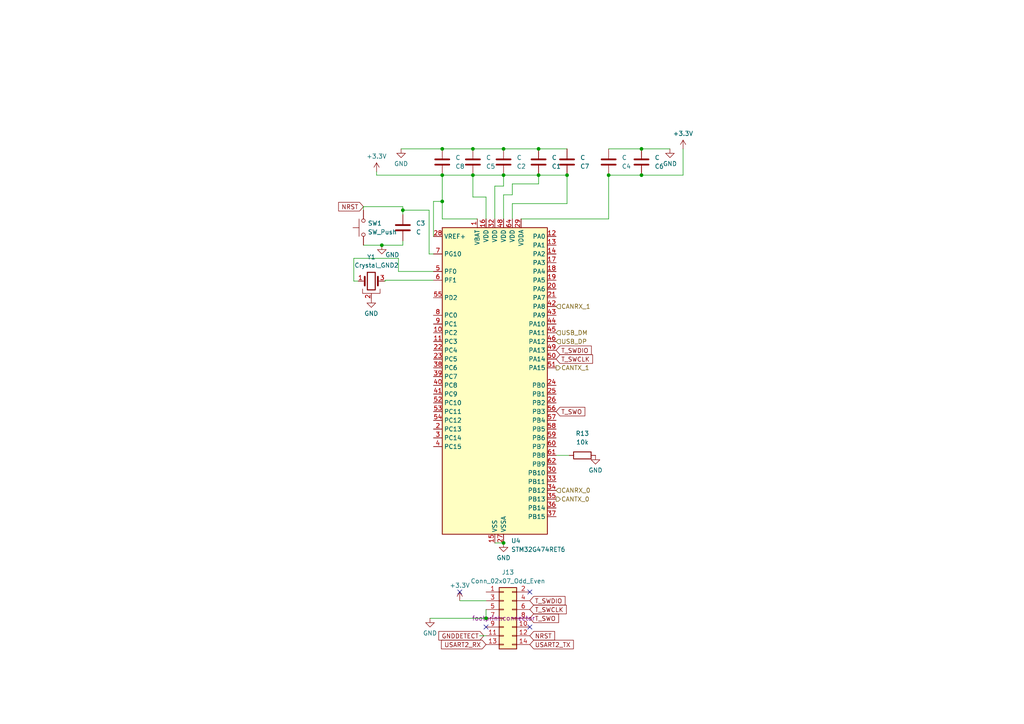
<source format=kicad_sch>
(kicad_sch
	(version 20231120)
	(generator "eeschema")
	(generator_version "8.0")
	(uuid "4de875b5-96ef-4921-a7df-0527e85e27db")
	(paper "A4")
	(lib_symbols
		(symbol "Connector_Generic:Conn_02x07_Odd_Even"
			(pin_names
				(offset 1.016) hide)
			(exclude_from_sim no)
			(in_bom yes)
			(on_board yes)
			(property "Reference" "J"
				(at 1.27 10.16 0)
				(effects
					(font
						(size 1.27 1.27)
					)
				)
			)
			(property "Value" "Conn_02x07_Odd_Even"
				(at 1.27 -10.16 0)
				(effects
					(font
						(size 1.27 1.27)
					)
				)
			)
			(property "Footprint" ""
				(at 0 0 0)
				(effects
					(font
						(size 1.27 1.27)
					)
					(hide yes)
				)
			)
			(property "Datasheet" "~"
				(at 0 0 0)
				(effects
					(font
						(size 1.27 1.27)
					)
					(hide yes)
				)
			)
			(property "Description" "Generic connector, double row, 02x07, odd/even pin numbering scheme (row 1 odd numbers, row 2 even numbers), script generated (kicad-library-utils/schlib/autogen/connector/)"
				(at 0 0 0)
				(effects
					(font
						(size 1.27 1.27)
					)
					(hide yes)
				)
			)
			(property "ki_keywords" "connector"
				(at 0 0 0)
				(effects
					(font
						(size 1.27 1.27)
					)
					(hide yes)
				)
			)
			(property "ki_fp_filters" "Connector*:*_2x??_*"
				(at 0 0 0)
				(effects
					(font
						(size 1.27 1.27)
					)
					(hide yes)
				)
			)
			(symbol "Conn_02x07_Odd_Even_1_1"
				(rectangle
					(start -1.27 -7.493)
					(end 0 -7.747)
					(stroke
						(width 0.1524)
						(type default)
					)
					(fill
						(type none)
					)
				)
				(rectangle
					(start -1.27 -4.953)
					(end 0 -5.207)
					(stroke
						(width 0.1524)
						(type default)
					)
					(fill
						(type none)
					)
				)
				(rectangle
					(start -1.27 -2.413)
					(end 0 -2.667)
					(stroke
						(width 0.1524)
						(type default)
					)
					(fill
						(type none)
					)
				)
				(rectangle
					(start -1.27 0.127)
					(end 0 -0.127)
					(stroke
						(width 0.1524)
						(type default)
					)
					(fill
						(type none)
					)
				)
				(rectangle
					(start -1.27 2.667)
					(end 0 2.413)
					(stroke
						(width 0.1524)
						(type default)
					)
					(fill
						(type none)
					)
				)
				(rectangle
					(start -1.27 5.207)
					(end 0 4.953)
					(stroke
						(width 0.1524)
						(type default)
					)
					(fill
						(type none)
					)
				)
				(rectangle
					(start -1.27 7.747)
					(end 0 7.493)
					(stroke
						(width 0.1524)
						(type default)
					)
					(fill
						(type none)
					)
				)
				(rectangle
					(start -1.27 8.89)
					(end 3.81 -8.89)
					(stroke
						(width 0.254)
						(type default)
					)
					(fill
						(type background)
					)
				)
				(rectangle
					(start 3.81 -7.493)
					(end 2.54 -7.747)
					(stroke
						(width 0.1524)
						(type default)
					)
					(fill
						(type none)
					)
				)
				(rectangle
					(start 3.81 -4.953)
					(end 2.54 -5.207)
					(stroke
						(width 0.1524)
						(type default)
					)
					(fill
						(type none)
					)
				)
				(rectangle
					(start 3.81 -2.413)
					(end 2.54 -2.667)
					(stroke
						(width 0.1524)
						(type default)
					)
					(fill
						(type none)
					)
				)
				(rectangle
					(start 3.81 0.127)
					(end 2.54 -0.127)
					(stroke
						(width 0.1524)
						(type default)
					)
					(fill
						(type none)
					)
				)
				(rectangle
					(start 3.81 2.667)
					(end 2.54 2.413)
					(stroke
						(width 0.1524)
						(type default)
					)
					(fill
						(type none)
					)
				)
				(rectangle
					(start 3.81 5.207)
					(end 2.54 4.953)
					(stroke
						(width 0.1524)
						(type default)
					)
					(fill
						(type none)
					)
				)
				(rectangle
					(start 3.81 7.747)
					(end 2.54 7.493)
					(stroke
						(width 0.1524)
						(type default)
					)
					(fill
						(type none)
					)
				)
				(pin passive line
					(at -5.08 7.62 0)
					(length 3.81)
					(name "Pin_1"
						(effects
							(font
								(size 1.27 1.27)
							)
						)
					)
					(number "1"
						(effects
							(font
								(size 1.27 1.27)
							)
						)
					)
				)
				(pin passive line
					(at 7.62 -2.54 180)
					(length 3.81)
					(name "Pin_10"
						(effects
							(font
								(size 1.27 1.27)
							)
						)
					)
					(number "10"
						(effects
							(font
								(size 1.27 1.27)
							)
						)
					)
				)
				(pin passive line
					(at -5.08 -5.08 0)
					(length 3.81)
					(name "Pin_11"
						(effects
							(font
								(size 1.27 1.27)
							)
						)
					)
					(number "11"
						(effects
							(font
								(size 1.27 1.27)
							)
						)
					)
				)
				(pin passive line
					(at 7.62 -5.08 180)
					(length 3.81)
					(name "Pin_12"
						(effects
							(font
								(size 1.27 1.27)
							)
						)
					)
					(number "12"
						(effects
							(font
								(size 1.27 1.27)
							)
						)
					)
				)
				(pin passive line
					(at -5.08 -7.62 0)
					(length 3.81)
					(name "Pin_13"
						(effects
							(font
								(size 1.27 1.27)
							)
						)
					)
					(number "13"
						(effects
							(font
								(size 1.27 1.27)
							)
						)
					)
				)
				(pin passive line
					(at 7.62 -7.62 180)
					(length 3.81)
					(name "Pin_14"
						(effects
							(font
								(size 1.27 1.27)
							)
						)
					)
					(number "14"
						(effects
							(font
								(size 1.27 1.27)
							)
						)
					)
				)
				(pin passive line
					(at 7.62 7.62 180)
					(length 3.81)
					(name "Pin_2"
						(effects
							(font
								(size 1.27 1.27)
							)
						)
					)
					(number "2"
						(effects
							(font
								(size 1.27 1.27)
							)
						)
					)
				)
				(pin passive line
					(at -5.08 5.08 0)
					(length 3.81)
					(name "Pin_3"
						(effects
							(font
								(size 1.27 1.27)
							)
						)
					)
					(number "3"
						(effects
							(font
								(size 1.27 1.27)
							)
						)
					)
				)
				(pin passive line
					(at 7.62 5.08 180)
					(length 3.81)
					(name "Pin_4"
						(effects
							(font
								(size 1.27 1.27)
							)
						)
					)
					(number "4"
						(effects
							(font
								(size 1.27 1.27)
							)
						)
					)
				)
				(pin passive line
					(at -5.08 2.54 0)
					(length 3.81)
					(name "Pin_5"
						(effects
							(font
								(size 1.27 1.27)
							)
						)
					)
					(number "5"
						(effects
							(font
								(size 1.27 1.27)
							)
						)
					)
				)
				(pin passive line
					(at 7.62 2.54 180)
					(length 3.81)
					(name "Pin_6"
						(effects
							(font
								(size 1.27 1.27)
							)
						)
					)
					(number "6"
						(effects
							(font
								(size 1.27 1.27)
							)
						)
					)
				)
				(pin passive line
					(at -5.08 0 0)
					(length 3.81)
					(name "Pin_7"
						(effects
							(font
								(size 1.27 1.27)
							)
						)
					)
					(number "7"
						(effects
							(font
								(size 1.27 1.27)
							)
						)
					)
				)
				(pin passive line
					(at 7.62 0 180)
					(length 3.81)
					(name "Pin_8"
						(effects
							(font
								(size 1.27 1.27)
							)
						)
					)
					(number "8"
						(effects
							(font
								(size 1.27 1.27)
							)
						)
					)
				)
				(pin passive line
					(at -5.08 -2.54 0)
					(length 3.81)
					(name "Pin_9"
						(effects
							(font
								(size 1.27 1.27)
							)
						)
					)
					(number "9"
						(effects
							(font
								(size 1.27 1.27)
							)
						)
					)
				)
			)
		)
		(symbol "Device:C"
			(pin_numbers hide)
			(pin_names
				(offset 0.254)
			)
			(exclude_from_sim no)
			(in_bom yes)
			(on_board yes)
			(property "Reference" "C"
				(at 0.635 2.54 0)
				(effects
					(font
						(size 1.27 1.27)
					)
					(justify left)
				)
			)
			(property "Value" "C"
				(at 0.635 -2.54 0)
				(effects
					(font
						(size 1.27 1.27)
					)
					(justify left)
				)
			)
			(property "Footprint" ""
				(at 0.9652 -3.81 0)
				(effects
					(font
						(size 1.27 1.27)
					)
					(hide yes)
				)
			)
			(property "Datasheet" "~"
				(at 0 0 0)
				(effects
					(font
						(size 1.27 1.27)
					)
					(hide yes)
				)
			)
			(property "Description" "Unpolarized capacitor"
				(at 0 0 0)
				(effects
					(font
						(size 1.27 1.27)
					)
					(hide yes)
				)
			)
			(property "ki_keywords" "cap capacitor"
				(at 0 0 0)
				(effects
					(font
						(size 1.27 1.27)
					)
					(hide yes)
				)
			)
			(property "ki_fp_filters" "C_*"
				(at 0 0 0)
				(effects
					(font
						(size 1.27 1.27)
					)
					(hide yes)
				)
			)
			(symbol "C_0_1"
				(polyline
					(pts
						(xy -2.032 -0.762) (xy 2.032 -0.762)
					)
					(stroke
						(width 0.508)
						(type default)
					)
					(fill
						(type none)
					)
				)
				(polyline
					(pts
						(xy -2.032 0.762) (xy 2.032 0.762)
					)
					(stroke
						(width 0.508)
						(type default)
					)
					(fill
						(type none)
					)
				)
			)
			(symbol "C_1_1"
				(pin passive line
					(at 0 3.81 270)
					(length 2.794)
					(name "~"
						(effects
							(font
								(size 1.27 1.27)
							)
						)
					)
					(number "1"
						(effects
							(font
								(size 1.27 1.27)
							)
						)
					)
				)
				(pin passive line
					(at 0 -3.81 90)
					(length 2.794)
					(name "~"
						(effects
							(font
								(size 1.27 1.27)
							)
						)
					)
					(number "2"
						(effects
							(font
								(size 1.27 1.27)
							)
						)
					)
				)
			)
		)
		(symbol "Device:Crystal_GND2"
			(pin_names
				(offset 1.016) hide)
			(exclude_from_sim no)
			(in_bom yes)
			(on_board yes)
			(property "Reference" "Y"
				(at 0 5.715 0)
				(effects
					(font
						(size 1.27 1.27)
					)
				)
			)
			(property "Value" "Crystal_GND2"
				(at 0 3.81 0)
				(effects
					(font
						(size 1.27 1.27)
					)
				)
			)
			(property "Footprint" ""
				(at 0 0 0)
				(effects
					(font
						(size 1.27 1.27)
					)
					(hide yes)
				)
			)
			(property "Datasheet" "~"
				(at 0 0 0)
				(effects
					(font
						(size 1.27 1.27)
					)
					(hide yes)
				)
			)
			(property "Description" "Three pin crystal, GND on pin 2"
				(at 0 0 0)
				(effects
					(font
						(size 1.27 1.27)
					)
					(hide yes)
				)
			)
			(property "ki_keywords" "quartz ceramic resonator oscillator"
				(at 0 0 0)
				(effects
					(font
						(size 1.27 1.27)
					)
					(hide yes)
				)
			)
			(property "ki_fp_filters" "Crystal*"
				(at 0 0 0)
				(effects
					(font
						(size 1.27 1.27)
					)
					(hide yes)
				)
			)
			(symbol "Crystal_GND2_0_1"
				(rectangle
					(start -1.143 2.54)
					(end 1.143 -2.54)
					(stroke
						(width 0.3048)
						(type default)
					)
					(fill
						(type none)
					)
				)
				(polyline
					(pts
						(xy -2.54 0) (xy -1.905 0)
					)
					(stroke
						(width 0)
						(type default)
					)
					(fill
						(type none)
					)
				)
				(polyline
					(pts
						(xy -1.905 -1.27) (xy -1.905 1.27)
					)
					(stroke
						(width 0.508)
						(type default)
					)
					(fill
						(type none)
					)
				)
				(polyline
					(pts
						(xy 0 -3.81) (xy 0 -3.556)
					)
					(stroke
						(width 0)
						(type default)
					)
					(fill
						(type none)
					)
				)
				(polyline
					(pts
						(xy 1.905 0) (xy 2.54 0)
					)
					(stroke
						(width 0)
						(type default)
					)
					(fill
						(type none)
					)
				)
				(polyline
					(pts
						(xy 1.905 1.27) (xy 1.905 -1.27)
					)
					(stroke
						(width 0.508)
						(type default)
					)
					(fill
						(type none)
					)
				)
				(polyline
					(pts
						(xy -2.54 -2.286) (xy -2.54 -3.556) (xy 2.54 -3.556) (xy 2.54 -2.286)
					)
					(stroke
						(width 0)
						(type default)
					)
					(fill
						(type none)
					)
				)
			)
			(symbol "Crystal_GND2_1_1"
				(pin passive line
					(at -3.81 0 0)
					(length 1.27)
					(name "1"
						(effects
							(font
								(size 1.27 1.27)
							)
						)
					)
					(number "1"
						(effects
							(font
								(size 1.27 1.27)
							)
						)
					)
				)
				(pin passive line
					(at 0 -5.08 90)
					(length 1.27)
					(name "2"
						(effects
							(font
								(size 1.27 1.27)
							)
						)
					)
					(number "2"
						(effects
							(font
								(size 1.27 1.27)
							)
						)
					)
				)
				(pin passive line
					(at 3.81 0 180)
					(length 1.27)
					(name "3"
						(effects
							(font
								(size 1.27 1.27)
							)
						)
					)
					(number "3"
						(effects
							(font
								(size 1.27 1.27)
							)
						)
					)
				)
			)
		)
		(symbol "Device:R"
			(pin_numbers hide)
			(pin_names
				(offset 0)
			)
			(exclude_from_sim no)
			(in_bom yes)
			(on_board yes)
			(property "Reference" "R"
				(at 2.032 0 90)
				(effects
					(font
						(size 1.27 1.27)
					)
				)
			)
			(property "Value" "R"
				(at 0 0 90)
				(effects
					(font
						(size 1.27 1.27)
					)
				)
			)
			(property "Footprint" ""
				(at -1.778 0 90)
				(effects
					(font
						(size 1.27 1.27)
					)
					(hide yes)
				)
			)
			(property "Datasheet" "~"
				(at 0 0 0)
				(effects
					(font
						(size 1.27 1.27)
					)
					(hide yes)
				)
			)
			(property "Description" "Resistor"
				(at 0 0 0)
				(effects
					(font
						(size 1.27 1.27)
					)
					(hide yes)
				)
			)
			(property "ki_keywords" "R res resistor"
				(at 0 0 0)
				(effects
					(font
						(size 1.27 1.27)
					)
					(hide yes)
				)
			)
			(property "ki_fp_filters" "R_*"
				(at 0 0 0)
				(effects
					(font
						(size 1.27 1.27)
					)
					(hide yes)
				)
			)
			(symbol "R_0_1"
				(rectangle
					(start -1.016 -2.54)
					(end 1.016 2.54)
					(stroke
						(width 0.254)
						(type default)
					)
					(fill
						(type none)
					)
				)
			)
			(symbol "R_1_1"
				(pin passive line
					(at 0 3.81 270)
					(length 1.27)
					(name "~"
						(effects
							(font
								(size 1.27 1.27)
							)
						)
					)
					(number "1"
						(effects
							(font
								(size 1.27 1.27)
							)
						)
					)
				)
				(pin passive line
					(at 0 -3.81 90)
					(length 1.27)
					(name "~"
						(effects
							(font
								(size 1.27 1.27)
							)
						)
					)
					(number "2"
						(effects
							(font
								(size 1.27 1.27)
							)
						)
					)
				)
			)
		)
		(symbol "MCU_ST_STM32G4:STM32G474RETx"
			(exclude_from_sim no)
			(in_bom yes)
			(on_board yes)
			(property "Reference" "U"
				(at -15.24 46.99 0)
				(effects
					(font
						(size 1.27 1.27)
					)
					(justify left)
				)
			)
			(property "Value" "STM32G474RETx"
				(at 10.16 46.99 0)
				(effects
					(font
						(size 1.27 1.27)
					)
					(justify left)
				)
			)
			(property "Footprint" "Package_QFP:LQFP-64_10x10mm_P0.5mm"
				(at -15.24 -43.18 0)
				(effects
					(font
						(size 1.27 1.27)
					)
					(justify right)
					(hide yes)
				)
			)
			(property "Datasheet" "https://www.st.com/resource/en/datasheet/stm32g474re.pdf"
				(at 0 0 0)
				(effects
					(font
						(size 1.27 1.27)
					)
					(hide yes)
				)
			)
			(property "Description" "STMicroelectronics Arm Cortex-M4 MCU, 512KB flash, 128KB RAM, 170 MHz, 1.71-3.6V, 52 GPIO, LQFP64"
				(at 0 0 0)
				(effects
					(font
						(size 1.27 1.27)
					)
					(hide yes)
				)
			)
			(property "ki_locked" ""
				(at 0 0 0)
				(effects
					(font
						(size 1.27 1.27)
					)
				)
			)
			(property "ki_keywords" "Arm Cortex-M4 STM32G4 STM32G4x4"
				(at 0 0 0)
				(effects
					(font
						(size 1.27 1.27)
					)
					(hide yes)
				)
			)
			(property "ki_fp_filters" "LQFP*10x10mm*P0.5mm*"
				(at 0 0 0)
				(effects
					(font
						(size 1.27 1.27)
					)
					(hide yes)
				)
			)
			(symbol "STM32G474RETx_0_1"
				(rectangle
					(start -15.24 -43.18)
					(end 15.24 45.72)
					(stroke
						(width 0.254)
						(type default)
					)
					(fill
						(type background)
					)
				)
			)
			(symbol "STM32G474RETx_1_1"
				(pin power_in line
					(at -5.08 48.26 270)
					(length 2.54)
					(name "VBAT"
						(effects
							(font
								(size 1.27 1.27)
							)
						)
					)
					(number "1"
						(effects
							(font
								(size 1.27 1.27)
							)
						)
					)
				)
				(pin bidirectional line
					(at -17.78 15.24 0)
					(length 2.54)
					(name "PC2"
						(effects
							(font
								(size 1.27 1.27)
							)
						)
					)
					(number "10"
						(effects
							(font
								(size 1.27 1.27)
							)
						)
					)
					(alternate "ADC1_IN8" bidirectional line)
					(alternate "ADC2_IN8" bidirectional line)
					(alternate "ADC3_EXTI2" bidirectional line)
					(alternate "ADC4_EXTI2" bidirectional line)
					(alternate "ADC5_EXTI2" bidirectional line)
					(alternate "COMP3_OUT" bidirectional line)
					(alternate "LPTIM1_IN2" bidirectional line)
					(alternate "QUADSPI1_BK2_IO1" bidirectional line)
					(alternate "TIM1_CH3" bidirectional line)
					(alternate "TIM20_CH2" bidirectional line)
				)
				(pin bidirectional line
					(at -17.78 12.7 0)
					(length 2.54)
					(name "PC3"
						(effects
							(font
								(size 1.27 1.27)
							)
						)
					)
					(number "11"
						(effects
							(font
								(size 1.27 1.27)
							)
						)
					)
					(alternate "ADC1_IN9" bidirectional line)
					(alternate "ADC2_IN9" bidirectional line)
					(alternate "ADC3_EXTI3" bidirectional line)
					(alternate "ADC4_EXTI3" bidirectional line)
					(alternate "ADC5_EXTI3" bidirectional line)
					(alternate "LPTIM1_ETR" bidirectional line)
					(alternate "OPAMP5_VINP" bidirectional line)
					(alternate "OPAMP5_VINP_SEC" bidirectional line)
					(alternate "QUADSPI1_BK2_IO2" bidirectional line)
					(alternate "SAI1_D1" bidirectional line)
					(alternate "SAI1_SD_A" bidirectional line)
					(alternate "TIM1_BKIN2" bidirectional line)
					(alternate "TIM1_CH4" bidirectional line)
				)
				(pin bidirectional line
					(at 17.78 43.18 180)
					(length 2.54)
					(name "PA0"
						(effects
							(font
								(size 1.27 1.27)
							)
						)
					)
					(number "12"
						(effects
							(font
								(size 1.27 1.27)
							)
						)
					)
					(alternate "ADC1_IN1" bidirectional line)
					(alternate "ADC2_IN1" bidirectional line)
					(alternate "COMP1_INM" bidirectional line)
					(alternate "COMP1_OUT" bidirectional line)
					(alternate "COMP3_INP" bidirectional line)
					(alternate "RTC_TAMP2" bidirectional line)
					(alternate "SYS_WKUP1" bidirectional line)
					(alternate "TIM2_CH1" bidirectional line)
					(alternate "TIM2_ETR" bidirectional line)
					(alternate "TIM5_CH1" bidirectional line)
					(alternate "TIM8_BKIN" bidirectional line)
					(alternate "TIM8_ETR" bidirectional line)
					(alternate "USART2_CTS" bidirectional line)
					(alternate "USART2_NSS" bidirectional line)
				)
				(pin bidirectional line
					(at 17.78 40.64 180)
					(length 2.54)
					(name "PA1"
						(effects
							(font
								(size 1.27 1.27)
							)
						)
					)
					(number "13"
						(effects
							(font
								(size 1.27 1.27)
							)
						)
					)
					(alternate "ADC1_IN2" bidirectional line)
					(alternate "ADC2_IN2" bidirectional line)
					(alternate "COMP1_INP" bidirectional line)
					(alternate "OPAMP1_VINP" bidirectional line)
					(alternate "OPAMP1_VINP_SEC" bidirectional line)
					(alternate "OPAMP3_VINP" bidirectional line)
					(alternate "OPAMP3_VINP_SEC" bidirectional line)
					(alternate "OPAMP6_VINM" bidirectional line)
					(alternate "OPAMP6_VINM0" bidirectional line)
					(alternate "OPAMP6_VINM_SEC" bidirectional line)
					(alternate "RTC_REFIN" bidirectional line)
					(alternate "TIM15_CH1N" bidirectional line)
					(alternate "TIM2_CH2" bidirectional line)
					(alternate "TIM5_CH2" bidirectional line)
					(alternate "USART2_DE" bidirectional line)
					(alternate "USART2_RTS" bidirectional line)
				)
				(pin bidirectional line
					(at 17.78 38.1 180)
					(length 2.54)
					(name "PA2"
						(effects
							(font
								(size 1.27 1.27)
							)
						)
					)
					(number "14"
						(effects
							(font
								(size 1.27 1.27)
							)
						)
					)
					(alternate "ADC1_IN3" bidirectional line)
					(alternate "ADC3_EXTI2" bidirectional line)
					(alternate "ADC4_EXTI2" bidirectional line)
					(alternate "ADC5_EXTI2" bidirectional line)
					(alternate "COMP2_INM" bidirectional line)
					(alternate "COMP2_OUT" bidirectional line)
					(alternate "LPUART1_TX" bidirectional line)
					(alternate "OPAMP1_VOUT" bidirectional line)
					(alternate "QUADSPI1_BK1_NCS" bidirectional line)
					(alternate "RCC_LSCO" bidirectional line)
					(alternate "SYS_WKUP4" bidirectional line)
					(alternate "TIM15_CH1" bidirectional line)
					(alternate "TIM2_CH3" bidirectional line)
					(alternate "TIM5_CH3" bidirectional line)
					(alternate "UCPD1_FRSTX1" bidirectional line)
					(alternate "UCPD1_FRSTX2" bidirectional line)
					(alternate "USART2_TX" bidirectional line)
				)
				(pin power_in line
					(at 0 -45.72 90)
					(length 2.54)
					(name "VSS"
						(effects
							(font
								(size 1.27 1.27)
							)
						)
					)
					(number "15"
						(effects
							(font
								(size 1.27 1.27)
							)
						)
					)
				)
				(pin power_in line
					(at -2.54 48.26 270)
					(length 2.54)
					(name "VDD"
						(effects
							(font
								(size 1.27 1.27)
							)
						)
					)
					(number "16"
						(effects
							(font
								(size 1.27 1.27)
							)
						)
					)
				)
				(pin bidirectional line
					(at 17.78 35.56 180)
					(length 2.54)
					(name "PA3"
						(effects
							(font
								(size 1.27 1.27)
							)
						)
					)
					(number "17"
						(effects
							(font
								(size 1.27 1.27)
							)
						)
					)
					(alternate "ADC1_IN4" bidirectional line)
					(alternate "ADC3_EXTI3" bidirectional line)
					(alternate "ADC4_EXTI3" bidirectional line)
					(alternate "ADC5_EXTI3" bidirectional line)
					(alternate "COMP2_INP" bidirectional line)
					(alternate "LPUART1_RX" bidirectional line)
					(alternate "OPAMP1_VINM" bidirectional line)
					(alternate "OPAMP1_VINM0" bidirectional line)
					(alternate "OPAMP1_VINM_SEC" bidirectional line)
					(alternate "OPAMP1_VINP" bidirectional line)
					(alternate "OPAMP1_VINP_SEC" bidirectional line)
					(alternate "OPAMP5_VINM" bidirectional line)
					(alternate "OPAMP5_VINM1" bidirectional line)
					(alternate "OPAMP5_VINM_SEC" bidirectional line)
					(alternate "QUADSPI1_CLK" bidirectional line)
					(alternate "SAI1_CK1" bidirectional line)
					(alternate "SAI1_MCLK_A" bidirectional line)
					(alternate "TIM15_CH2" bidirectional line)
					(alternate "TIM2_CH4" bidirectional line)
					(alternate "TIM5_CH4" bidirectional line)
					(alternate "USART2_RX" bidirectional line)
				)
				(pin bidirectional line
					(at 17.78 33.02 180)
					(length 2.54)
					(name "PA4"
						(effects
							(font
								(size 1.27 1.27)
							)
						)
					)
					(number "18"
						(effects
							(font
								(size 1.27 1.27)
							)
						)
					)
					(alternate "ADC2_IN17" bidirectional line)
					(alternate "COMP1_INM" bidirectional line)
					(alternate "DAC1_OUT1" bidirectional line)
					(alternate "I2S3_WS" bidirectional line)
					(alternate "SAI1_FS_B" bidirectional line)
					(alternate "SPI1_NSS" bidirectional line)
					(alternate "SPI3_NSS" bidirectional line)
					(alternate "TIM3_CH2" bidirectional line)
					(alternate "USART2_CK" bidirectional line)
				)
				(pin bidirectional line
					(at 17.78 30.48 180)
					(length 2.54)
					(name "PA5"
						(effects
							(font
								(size 1.27 1.27)
							)
						)
					)
					(number "19"
						(effects
							(font
								(size 1.27 1.27)
							)
						)
					)
					(alternate "ADC2_IN13" bidirectional line)
					(alternate "COMP2_INM" bidirectional line)
					(alternate "DAC1_OUT2" bidirectional line)
					(alternate "OPAMP2_VINM" bidirectional line)
					(alternate "OPAMP2_VINM0" bidirectional line)
					(alternate "OPAMP2_VINM_SEC" bidirectional line)
					(alternate "SPI1_SCK" bidirectional line)
					(alternate "TIM2_CH1" bidirectional line)
					(alternate "TIM2_ETR" bidirectional line)
					(alternate "UCPD1_FRSTX1" bidirectional line)
					(alternate "UCPD1_FRSTX2" bidirectional line)
				)
				(pin bidirectional line
					(at -17.78 -12.7 0)
					(length 2.54)
					(name "PC13"
						(effects
							(font
								(size 1.27 1.27)
							)
						)
					)
					(number "2"
						(effects
							(font
								(size 1.27 1.27)
							)
						)
					)
					(alternate "RTC_OUT1" bidirectional line)
					(alternate "RTC_TAMP1" bidirectional line)
					(alternate "RTC_TS" bidirectional line)
					(alternate "SYS_WKUP2" bidirectional line)
					(alternate "TIM1_BKIN" bidirectional line)
					(alternate "TIM1_CH1N" bidirectional line)
					(alternate "TIM8_CH4N" bidirectional line)
				)
				(pin bidirectional line
					(at 17.78 27.94 180)
					(length 2.54)
					(name "PA6"
						(effects
							(font
								(size 1.27 1.27)
							)
						)
					)
					(number "20"
						(effects
							(font
								(size 1.27 1.27)
							)
						)
					)
					(alternate "ADC2_IN3" bidirectional line)
					(alternate "COMP1_OUT" bidirectional line)
					(alternate "DAC2_OUT1" bidirectional line)
					(alternate "LPUART1_CTS" bidirectional line)
					(alternate "OPAMP2_VOUT" bidirectional line)
					(alternate "QUADSPI1_BK1_IO3" bidirectional line)
					(alternate "SPI1_MISO" bidirectional line)
					(alternate "TIM16_CH1" bidirectional line)
					(alternate "TIM1_BKIN" bidirectional line)
					(alternate "TIM3_CH1" bidirectional line)
					(alternate "TIM8_BKIN" bidirectional line)
				)
				(pin bidirectional line
					(at 17.78 25.4 180)
					(length 2.54)
					(name "PA7"
						(effects
							(font
								(size 1.27 1.27)
							)
						)
					)
					(number "21"
						(effects
							(font
								(size 1.27 1.27)
							)
						)
					)
					(alternate "ADC2_IN4" bidirectional line)
					(alternate "COMP2_INP" bidirectional line)
					(alternate "COMP2_OUT" bidirectional line)
					(alternate "OPAMP1_VINP" bidirectional line)
					(alternate "OPAMP1_VINP_SEC" bidirectional line)
					(alternate "OPAMP2_VINP" bidirectional line)
					(alternate "OPAMP2_VINP_SEC" bidirectional line)
					(alternate "QUADSPI1_BK1_IO2" bidirectional line)
					(alternate "SPI1_MOSI" bidirectional line)
					(alternate "TIM17_CH1" bidirectional line)
					(alternate "TIM1_CH1N" bidirectional line)
					(alternate "TIM3_CH2" bidirectional line)
					(alternate "TIM8_CH1N" bidirectional line)
					(alternate "UCPD1_FRSTX1" bidirectional line)
					(alternate "UCPD1_FRSTX2" bidirectional line)
				)
				(pin bidirectional line
					(at -17.78 10.16 0)
					(length 2.54)
					(name "PC4"
						(effects
							(font
								(size 1.27 1.27)
							)
						)
					)
					(number "22"
						(effects
							(font
								(size 1.27 1.27)
							)
						)
					)
					(alternate "ADC2_IN5" bidirectional line)
					(alternate "I2C2_SCL" bidirectional line)
					(alternate "QUADSPI1_BK2_IO3" bidirectional line)
					(alternate "TIM1_ETR" bidirectional line)
					(alternate "USART1_TX" bidirectional line)
				)
				(pin bidirectional line
					(at -17.78 7.62 0)
					(length 2.54)
					(name "PC5"
						(effects
							(font
								(size 1.27 1.27)
							)
						)
					)
					(number "23"
						(effects
							(font
								(size 1.27 1.27)
							)
						)
					)
					(alternate "ADC2_IN11" bidirectional line)
					(alternate "HRTIM1_EEV10" bidirectional line)
					(alternate "OPAMP1_VINM" bidirectional line)
					(alternate "OPAMP1_VINM1" bidirectional line)
					(alternate "OPAMP1_VINM_SEC" bidirectional line)
					(alternate "OPAMP2_VINM" bidirectional line)
					(alternate "OPAMP2_VINM1" bidirectional line)
					(alternate "OPAMP2_VINM_SEC" bidirectional line)
					(alternate "SAI1_D3" bidirectional line)
					(alternate "SYS_WKUP5" bidirectional line)
					(alternate "TIM15_BKIN" bidirectional line)
					(alternate "TIM1_CH4N" bidirectional line)
					(alternate "USART1_RX" bidirectional line)
				)
				(pin bidirectional line
					(at 17.78 0 180)
					(length 2.54)
					(name "PB0"
						(effects
							(font
								(size 1.27 1.27)
							)
						)
					)
					(number "24"
						(effects
							(font
								(size 1.27 1.27)
							)
						)
					)
					(alternate "ADC1_IN15" bidirectional line)
					(alternate "ADC3_IN12" bidirectional line)
					(alternate "COMP4_INP" bidirectional line)
					(alternate "HRTIM1_FLT5" bidirectional line)
					(alternate "OPAMP2_VINP" bidirectional line)
					(alternate "OPAMP2_VINP_SEC" bidirectional line)
					(alternate "OPAMP3_VINP" bidirectional line)
					(alternate "OPAMP3_VINP_SEC" bidirectional line)
					(alternate "QUADSPI1_BK1_IO1" bidirectional line)
					(alternate "TIM1_CH2N" bidirectional line)
					(alternate "TIM3_CH3" bidirectional line)
					(alternate "TIM8_CH2N" bidirectional line)
					(alternate "UCPD1_FRSTX1" bidirectional line)
					(alternate "UCPD1_FRSTX2" bidirectional line)
				)
				(pin bidirectional line
					(at 17.78 -2.54 180)
					(length 2.54)
					(name "PB1"
						(effects
							(font
								(size 1.27 1.27)
							)
						)
					)
					(number "25"
						(effects
							(font
								(size 1.27 1.27)
							)
						)
					)
					(alternate "ADC1_IN12" bidirectional line)
					(alternate "ADC3_IN1" bidirectional line)
					(alternate "COMP1_INP" bidirectional line)
					(alternate "COMP4_OUT" bidirectional line)
					(alternate "HRTIM1_SCOUT" bidirectional line)
					(alternate "LPUART1_DE" bidirectional line)
					(alternate "LPUART1_RTS" bidirectional line)
					(alternate "OPAMP3_VOUT" bidirectional line)
					(alternate "OPAMP6_VINM" bidirectional line)
					(alternate "OPAMP6_VINM1" bidirectional line)
					(alternate "OPAMP6_VINM_SEC" bidirectional line)
					(alternate "QUADSPI1_BK1_IO0" bidirectional line)
					(alternate "TIM1_CH3N" bidirectional line)
					(alternate "TIM3_CH4" bidirectional line)
					(alternate "TIM8_CH3N" bidirectional line)
				)
				(pin bidirectional line
					(at 17.78 -5.08 180)
					(length 2.54)
					(name "PB2"
						(effects
							(font
								(size 1.27 1.27)
							)
						)
					)
					(number "26"
						(effects
							(font
								(size 1.27 1.27)
							)
						)
					)
					(alternate "ADC2_IN12" bidirectional line)
					(alternate "ADC3_EXTI2" bidirectional line)
					(alternate "ADC4_EXTI2" bidirectional line)
					(alternate "ADC5_EXTI2" bidirectional line)
					(alternate "COMP4_INM" bidirectional line)
					(alternate "HRTIM1_SCIN" bidirectional line)
					(alternate "I2C3_SMBA" bidirectional line)
					(alternate "LPTIM1_OUT" bidirectional line)
					(alternate "OPAMP3_VINM" bidirectional line)
					(alternate "OPAMP3_VINM0" bidirectional line)
					(alternate "OPAMP3_VINM_SEC" bidirectional line)
					(alternate "QUADSPI1_BK2_IO1" bidirectional line)
					(alternate "RTC_OUT2" bidirectional line)
					(alternate "TIM20_CH1" bidirectional line)
					(alternate "TIM5_CH1" bidirectional line)
				)
				(pin power_in line
					(at 2.54 -45.72 90)
					(length 2.54)
					(name "VSSA"
						(effects
							(font
								(size 1.27 1.27)
							)
						)
					)
					(number "27"
						(effects
							(font
								(size 1.27 1.27)
							)
						)
					)
				)
				(pin input line
					(at -17.78 43.18 0)
					(length 2.54)
					(name "VREF+"
						(effects
							(font
								(size 1.27 1.27)
							)
						)
					)
					(number "28"
						(effects
							(font
								(size 1.27 1.27)
							)
						)
					)
					(alternate "VREFBUF_OUT" bidirectional line)
				)
				(pin power_in line
					(at 7.62 48.26 270)
					(length 2.54)
					(name "VDDA"
						(effects
							(font
								(size 1.27 1.27)
							)
						)
					)
					(number "29"
						(effects
							(font
								(size 1.27 1.27)
							)
						)
					)
				)
				(pin bidirectional line
					(at -17.78 -15.24 0)
					(length 2.54)
					(name "PC14"
						(effects
							(font
								(size 1.27 1.27)
							)
						)
					)
					(number "3"
						(effects
							(font
								(size 1.27 1.27)
							)
						)
					)
					(alternate "RCC_OSC32_IN" bidirectional line)
				)
				(pin bidirectional line
					(at 17.78 -25.4 180)
					(length 2.54)
					(name "PB10"
						(effects
							(font
								(size 1.27 1.27)
							)
						)
					)
					(number "30"
						(effects
							(font
								(size 1.27 1.27)
							)
						)
					)
					(alternate "COMP5_INM" bidirectional line)
					(alternate "DAC1_EXTI10" bidirectional line)
					(alternate "DAC2_EXTI10" bidirectional line)
					(alternate "DAC3_EXTI10" bidirectional line)
					(alternate "DAC4_EXTI10" bidirectional line)
					(alternate "HRTIM1_FLT3" bidirectional line)
					(alternate "LPUART1_RX" bidirectional line)
					(alternate "OPAMP3_VINM" bidirectional line)
					(alternate "OPAMP3_VINM1" bidirectional line)
					(alternate "OPAMP3_VINM_SEC" bidirectional line)
					(alternate "OPAMP4_VINM" bidirectional line)
					(alternate "OPAMP4_VINM0" bidirectional line)
					(alternate "OPAMP4_VINM_SEC" bidirectional line)
					(alternate "QUADSPI1_CLK" bidirectional line)
					(alternate "SAI1_SCK_A" bidirectional line)
					(alternate "TIM1_BKIN" bidirectional line)
					(alternate "TIM2_CH3" bidirectional line)
					(alternate "USART3_TX" bidirectional line)
				)
				(pin passive line
					(at 0 -45.72 90)
					(length 2.54) hide
					(name "VSS"
						(effects
							(font
								(size 1.27 1.27)
							)
						)
					)
					(number "31"
						(effects
							(font
								(size 1.27 1.27)
							)
						)
					)
				)
				(pin power_in line
					(at 0 48.26 270)
					(length 2.54)
					(name "VDD"
						(effects
							(font
								(size 1.27 1.27)
							)
						)
					)
					(number "32"
						(effects
							(font
								(size 1.27 1.27)
							)
						)
					)
				)
				(pin bidirectional line
					(at 17.78 -27.94 180)
					(length 2.54)
					(name "PB11"
						(effects
							(font
								(size 1.27 1.27)
							)
						)
					)
					(number "33"
						(effects
							(font
								(size 1.27 1.27)
							)
						)
					)
					(alternate "ADC1_EXTI11" bidirectional line)
					(alternate "ADC1_IN14" bidirectional line)
					(alternate "ADC2_EXTI11" bidirectional line)
					(alternate "ADC2_IN14" bidirectional line)
					(alternate "COMP6_INP" bidirectional line)
					(alternate "HRTIM1_FLT4" bidirectional line)
					(alternate "LPUART1_TX" bidirectional line)
					(alternate "OPAMP4_VINP" bidirectional line)
					(alternate "OPAMP4_VINP_SEC" bidirectional line)
					(alternate "OPAMP6_VOUT" bidirectional line)
					(alternate "QUADSPI1_BK1_NCS" bidirectional line)
					(alternate "TIM2_CH4" bidirectional line)
					(alternate "USART3_RX" bidirectional line)
				)
				(pin bidirectional line
					(at 17.78 -30.48 180)
					(length 2.54)
					(name "PB12"
						(effects
							(font
								(size 1.27 1.27)
							)
						)
					)
					(number "34"
						(effects
							(font
								(size 1.27 1.27)
							)
						)
					)
					(alternate "ADC1_IN11" bidirectional line)
					(alternate "ADC4_IN3" bidirectional line)
					(alternate "COMP7_INM" bidirectional line)
					(alternate "FDCAN2_RX" bidirectional line)
					(alternate "HRTIM1_CHC1" bidirectional line)
					(alternate "I2C2_SMBA" bidirectional line)
					(alternate "I2S2_WS" bidirectional line)
					(alternate "LPUART1_DE" bidirectional line)
					(alternate "LPUART1_RTS" bidirectional line)
					(alternate "OPAMP4_VOUT" bidirectional line)
					(alternate "OPAMP6_VINP" bidirectional line)
					(alternate "OPAMP6_VINP_SEC" bidirectional line)
					(alternate "SPI2_NSS" bidirectional line)
					(alternate "TIM1_BKIN" bidirectional line)
					(alternate "TIM5_ETR" bidirectional line)
					(alternate "USART3_CK" bidirectional line)
				)
				(pin bidirectional line
					(at 17.78 -33.02 180)
					(length 2.54)
					(name "PB13"
						(effects
							(font
								(size 1.27 1.27)
							)
						)
					)
					(number "35"
						(effects
							(font
								(size 1.27 1.27)
							)
						)
					)
					(alternate "ADC3_IN5" bidirectional line)
					(alternate "COMP5_INP" bidirectional line)
					(alternate "FDCAN2_TX" bidirectional line)
					(alternate "HRTIM1_CHC2" bidirectional line)
					(alternate "I2S2_CK" bidirectional line)
					(alternate "LPUART1_CTS" bidirectional line)
					(alternate "OPAMP3_VINP" bidirectional line)
					(alternate "OPAMP3_VINP_SEC" bidirectional line)
					(alternate "OPAMP4_VINP" bidirectional line)
					(alternate "OPAMP4_VINP_SEC" bidirectional line)
					(alternate "OPAMP6_VINP" bidirectional line)
					(alternate "OPAMP6_VINP_SEC" bidirectional line)
					(alternate "SPI2_SCK" bidirectional line)
					(alternate "TIM1_CH1N" bidirectional line)
					(alternate "USART3_CTS" bidirectional line)
					(alternate "USART3_NSS" bidirectional line)
				)
				(pin bidirectional line
					(at 17.78 -35.56 180)
					(length 2.54)
					(name "PB14"
						(effects
							(font
								(size 1.27 1.27)
							)
						)
					)
					(number "36"
						(effects
							(font
								(size 1.27 1.27)
							)
						)
					)
					(alternate "ADC1_IN5" bidirectional line)
					(alternate "ADC4_IN4" bidirectional line)
					(alternate "COMP4_OUT" bidirectional line)
					(alternate "COMP7_INP" bidirectional line)
					(alternate "HRTIM1_CHD1" bidirectional line)
					(alternate "OPAMP2_VINP" bidirectional line)
					(alternate "OPAMP2_VINP_SEC" bidirectional line)
					(alternate "OPAMP5_VINP" bidirectional line)
					(alternate "OPAMP5_VINP_SEC" bidirectional line)
					(alternate "SPI2_MISO" bidirectional line)
					(alternate "TIM15_CH1" bidirectional line)
					(alternate "TIM1_CH2N" bidirectional line)
					(alternate "USART3_DE" bidirectional line)
					(alternate "USART3_RTS" bidirectional line)
				)
				(pin bidirectional line
					(at 17.78 -38.1 180)
					(length 2.54)
					(name "PB15"
						(effects
							(font
								(size 1.27 1.27)
							)
						)
					)
					(number "37"
						(effects
							(font
								(size 1.27 1.27)
							)
						)
					)
					(alternate "ADC1_EXTI15" bidirectional line)
					(alternate "ADC2_EXTI15" bidirectional line)
					(alternate "ADC2_IN15" bidirectional line)
					(alternate "ADC4_IN5" bidirectional line)
					(alternate "COMP3_OUT" bidirectional line)
					(alternate "COMP6_INM" bidirectional line)
					(alternate "HRTIM1_CHD2" bidirectional line)
					(alternate "I2S2_SD" bidirectional line)
					(alternate "OPAMP5_VINM" bidirectional line)
					(alternate "OPAMP5_VINM0" bidirectional line)
					(alternate "OPAMP5_VINM_SEC" bidirectional line)
					(alternate "RTC_REFIN" bidirectional line)
					(alternate "SPI2_MOSI" bidirectional line)
					(alternate "TIM15_CH1N" bidirectional line)
					(alternate "TIM15_CH2" bidirectional line)
					(alternate "TIM1_CH3N" bidirectional line)
				)
				(pin bidirectional line
					(at -17.78 5.08 0)
					(length 2.54)
					(name "PC6"
						(effects
							(font
								(size 1.27 1.27)
							)
						)
					)
					(number "38"
						(effects
							(font
								(size 1.27 1.27)
							)
						)
					)
					(alternate "COMP6_OUT" bidirectional line)
					(alternate "HRTIM1_CHF1" bidirectional line)
					(alternate "HRTIM1_EEV10" bidirectional line)
					(alternate "I2C4_SCL" bidirectional line)
					(alternate "I2S2_MCK" bidirectional line)
					(alternate "TIM3_CH1" bidirectional line)
					(alternate "TIM8_CH1" bidirectional line)
				)
				(pin bidirectional line
					(at -17.78 2.54 0)
					(length 2.54)
					(name "PC7"
						(effects
							(font
								(size 1.27 1.27)
							)
						)
					)
					(number "39"
						(effects
							(font
								(size 1.27 1.27)
							)
						)
					)
					(alternate "COMP5_OUT" bidirectional line)
					(alternate "HRTIM1_CHF2" bidirectional line)
					(alternate "HRTIM1_FLT5" bidirectional line)
					(alternate "I2C4_SDA" bidirectional line)
					(alternate "I2S3_MCK" bidirectional line)
					(alternate "TIM3_CH2" bidirectional line)
					(alternate "TIM8_CH2" bidirectional line)
				)
				(pin bidirectional line
					(at -17.78 -17.78 0)
					(length 2.54)
					(name "PC15"
						(effects
							(font
								(size 1.27 1.27)
							)
						)
					)
					(number "4"
						(effects
							(font
								(size 1.27 1.27)
							)
						)
					)
					(alternate "ADC1_EXTI15" bidirectional line)
					(alternate "ADC2_EXTI15" bidirectional line)
					(alternate "RCC_OSC32_OUT" bidirectional line)
				)
				(pin bidirectional line
					(at -17.78 0 0)
					(length 2.54)
					(name "PC8"
						(effects
							(font
								(size 1.27 1.27)
							)
						)
					)
					(number "40"
						(effects
							(font
								(size 1.27 1.27)
							)
						)
					)
					(alternate "COMP7_OUT" bidirectional line)
					(alternate "HRTIM1_CHE1" bidirectional line)
					(alternate "I2C3_SCL" bidirectional line)
					(alternate "TIM20_CH3" bidirectional line)
					(alternate "TIM3_CH3" bidirectional line)
					(alternate "TIM8_CH3" bidirectional line)
				)
				(pin bidirectional line
					(at -17.78 -2.54 0)
					(length 2.54)
					(name "PC9"
						(effects
							(font
								(size 1.27 1.27)
							)
						)
					)
					(number "41"
						(effects
							(font
								(size 1.27 1.27)
							)
						)
					)
					(alternate "DAC1_EXTI9" bidirectional line)
					(alternate "DAC2_EXTI9" bidirectional line)
					(alternate "DAC3_EXTI9" bidirectional line)
					(alternate "DAC4_EXTI9" bidirectional line)
					(alternate "HRTIM1_CHE2" bidirectional line)
					(alternate "I2C3_SDA" bidirectional line)
					(alternate "I2S_CKIN" bidirectional line)
					(alternate "TIM3_CH4" bidirectional line)
					(alternate "TIM8_BKIN2" bidirectional line)
					(alternate "TIM8_CH4" bidirectional line)
				)
				(pin bidirectional line
					(at 17.78 22.86 180)
					(length 2.54)
					(name "PA8"
						(effects
							(font
								(size 1.27 1.27)
							)
						)
					)
					(number "42"
						(effects
							(font
								(size 1.27 1.27)
							)
						)
					)
					(alternate "ADC5_IN1" bidirectional line)
					(alternate "COMP7_OUT" bidirectional line)
					(alternate "FDCAN3_RX" bidirectional line)
					(alternate "HRTIM1_CHA1" bidirectional line)
					(alternate "I2C2_SDA" bidirectional line)
					(alternate "I2C3_SCL" bidirectional line)
					(alternate "I2S2_MCK" bidirectional line)
					(alternate "OPAMP5_VOUT" bidirectional line)
					(alternate "RCC_MCO" bidirectional line)
					(alternate "SAI1_CK2" bidirectional line)
					(alternate "SAI1_SCK_A" bidirectional line)
					(alternate "TIM1_CH1" bidirectional line)
					(alternate "TIM4_ETR" bidirectional line)
					(alternate "USART1_CK" bidirectional line)
				)
				(pin bidirectional line
					(at 17.78 20.32 180)
					(length 2.54)
					(name "PA9"
						(effects
							(font
								(size 1.27 1.27)
							)
						)
					)
					(number "43"
						(effects
							(font
								(size 1.27 1.27)
							)
						)
					)
					(alternate "ADC5_IN2" bidirectional line)
					(alternate "COMP5_OUT" bidirectional line)
					(alternate "DAC1_EXTI9" bidirectional line)
					(alternate "DAC2_EXTI9" bidirectional line)
					(alternate "DAC3_EXTI9" bidirectional line)
					(alternate "DAC4_EXTI9" bidirectional line)
					(alternate "HRTIM1_CHA2" bidirectional line)
					(alternate "I2C2_SCL" bidirectional line)
					(alternate "I2C3_SMBA" bidirectional line)
					(alternate "I2S3_MCK" bidirectional line)
					(alternate "SAI1_FS_A" bidirectional line)
					(alternate "TIM15_BKIN" bidirectional line)
					(alternate "TIM1_CH2" bidirectional line)
					(alternate "TIM2_CH3" bidirectional line)
					(alternate "UCPD1_DBCC1" bidirectional line)
					(alternate "USART1_TX" bidirectional line)
				)
				(pin bidirectional line
					(at 17.78 17.78 180)
					(length 2.54)
					(name "PA10"
						(effects
							(font
								(size 1.27 1.27)
							)
						)
					)
					(number "44"
						(effects
							(font
								(size 1.27 1.27)
							)
						)
					)
					(alternate "COMP6_OUT" bidirectional line)
					(alternate "CRS_SYNC" bidirectional line)
					(alternate "DAC1_EXTI10" bidirectional line)
					(alternate "DAC2_EXTI10" bidirectional line)
					(alternate "DAC3_EXTI10" bidirectional line)
					(alternate "DAC4_EXTI10" bidirectional line)
					(alternate "HRTIM1_CHB1" bidirectional line)
					(alternate "I2C2_SMBA" bidirectional line)
					(alternate "SAI1_D1" bidirectional line)
					(alternate "SAI1_SD_A" bidirectional line)
					(alternate "SPI2_MISO" bidirectional line)
					(alternate "TIM17_BKIN" bidirectional line)
					(alternate "TIM1_CH3" bidirectional line)
					(alternate "TIM2_CH4" bidirectional line)
					(alternate "TIM8_BKIN" bidirectional line)
					(alternate "UCPD1_DBCC2" bidirectional line)
					(alternate "USART1_RX" bidirectional line)
				)
				(pin bidirectional line
					(at 17.78 15.24 180)
					(length 2.54)
					(name "PA11"
						(effects
							(font
								(size 1.27 1.27)
							)
						)
					)
					(number "45"
						(effects
							(font
								(size 1.27 1.27)
							)
						)
					)
					(alternate "ADC1_EXTI11" bidirectional line)
					(alternate "ADC2_EXTI11" bidirectional line)
					(alternate "COMP1_OUT" bidirectional line)
					(alternate "FDCAN1_RX" bidirectional line)
					(alternate "HRTIM1_CHB2" bidirectional line)
					(alternate "I2S2_SD" bidirectional line)
					(alternate "SPI2_MOSI" bidirectional line)
					(alternate "TIM1_BKIN2" bidirectional line)
					(alternate "TIM1_CH1N" bidirectional line)
					(alternate "TIM1_CH4" bidirectional line)
					(alternate "TIM4_CH1" bidirectional line)
					(alternate "USART1_CTS" bidirectional line)
					(alternate "USART1_NSS" bidirectional line)
					(alternate "USB_DM" bidirectional line)
				)
				(pin bidirectional line
					(at 17.78 12.7 180)
					(length 2.54)
					(name "PA12"
						(effects
							(font
								(size 1.27 1.27)
							)
						)
					)
					(number "46"
						(effects
							(font
								(size 1.27 1.27)
							)
						)
					)
					(alternate "COMP2_OUT" bidirectional line)
					(alternate "FDCAN1_TX" bidirectional line)
					(alternate "HRTIM1_FLT1" bidirectional line)
					(alternate "I2S_CKIN" bidirectional line)
					(alternate "TIM16_CH1" bidirectional line)
					(alternate "TIM1_CH2N" bidirectional line)
					(alternate "TIM1_ETR" bidirectional line)
					(alternate "TIM4_CH2" bidirectional line)
					(alternate "USART1_DE" bidirectional line)
					(alternate "USART1_RTS" bidirectional line)
					(alternate "USB_DP" bidirectional line)
				)
				(pin passive line
					(at 0 -45.72 90)
					(length 2.54) hide
					(name "VSS"
						(effects
							(font
								(size 1.27 1.27)
							)
						)
					)
					(number "47"
						(effects
							(font
								(size 1.27 1.27)
							)
						)
					)
				)
				(pin power_in line
					(at 2.54 48.26 270)
					(length 2.54)
					(name "VDD"
						(effects
							(font
								(size 1.27 1.27)
							)
						)
					)
					(number "48"
						(effects
							(font
								(size 1.27 1.27)
							)
						)
					)
				)
				(pin bidirectional line
					(at 17.78 10.16 180)
					(length 2.54)
					(name "PA13"
						(effects
							(font
								(size 1.27 1.27)
							)
						)
					)
					(number "49"
						(effects
							(font
								(size 1.27 1.27)
							)
						)
					)
					(alternate "I2C1_SCL" bidirectional line)
					(alternate "I2C4_SCL" bidirectional line)
					(alternate "IR_OUT" bidirectional line)
					(alternate "SAI1_SD_B" bidirectional line)
					(alternate "SYS_JTMS-SWDIO" bidirectional line)
					(alternate "TIM16_CH1N" bidirectional line)
					(alternate "TIM4_CH3" bidirectional line)
					(alternate "USART3_CTS" bidirectional line)
					(alternate "USART3_NSS" bidirectional line)
				)
				(pin bidirectional line
					(at -17.78 33.02 0)
					(length 2.54)
					(name "PF0"
						(effects
							(font
								(size 1.27 1.27)
							)
						)
					)
					(number "5"
						(effects
							(font
								(size 1.27 1.27)
							)
						)
					)
					(alternate "ADC1_IN10" bidirectional line)
					(alternate "I2C2_SDA" bidirectional line)
					(alternate "I2S2_WS" bidirectional line)
					(alternate "RCC_OSC_IN" bidirectional line)
					(alternate "SPI2_NSS" bidirectional line)
					(alternate "TIM1_CH3N" bidirectional line)
				)
				(pin bidirectional line
					(at 17.78 7.62 180)
					(length 2.54)
					(name "PA14"
						(effects
							(font
								(size 1.27 1.27)
							)
						)
					)
					(number "50"
						(effects
							(font
								(size 1.27 1.27)
							)
						)
					)
					(alternate "I2C1_SDA" bidirectional line)
					(alternate "I2C4_SMBA" bidirectional line)
					(alternate "LPTIM1_OUT" bidirectional line)
					(alternate "SAI1_FS_B" bidirectional line)
					(alternate "SYS_JTCK-SWCLK" bidirectional line)
					(alternate "TIM1_BKIN" bidirectional line)
					(alternate "TIM8_CH2" bidirectional line)
					(alternate "USART2_TX" bidirectional line)
				)
				(pin bidirectional line
					(at 17.78 5.08 180)
					(length 2.54)
					(name "PA15"
						(effects
							(font
								(size 1.27 1.27)
							)
						)
					)
					(number "51"
						(effects
							(font
								(size 1.27 1.27)
							)
						)
					)
					(alternate "ADC1_EXTI15" bidirectional line)
					(alternate "ADC2_EXTI15" bidirectional line)
					(alternate "FDCAN3_TX" bidirectional line)
					(alternate "HRTIM1_FLT2" bidirectional line)
					(alternate "I2C1_SCL" bidirectional line)
					(alternate "I2S3_WS" bidirectional line)
					(alternate "SPI1_NSS" bidirectional line)
					(alternate "SPI3_NSS" bidirectional line)
					(alternate "SYS_JTDI" bidirectional line)
					(alternate "TIM1_BKIN" bidirectional line)
					(alternate "TIM2_CH1" bidirectional line)
					(alternate "TIM2_ETR" bidirectional line)
					(alternate "TIM8_CH1" bidirectional line)
					(alternate "UART4_DE" bidirectional line)
					(alternate "UART4_RTS" bidirectional line)
					(alternate "USART2_RX" bidirectional line)
				)
				(pin bidirectional line
					(at -17.78 -5.08 0)
					(length 2.54)
					(name "PC10"
						(effects
							(font
								(size 1.27 1.27)
							)
						)
					)
					(number "52"
						(effects
							(font
								(size 1.27 1.27)
							)
						)
					)
					(alternate "DAC1_EXTI10" bidirectional line)
					(alternate "DAC2_EXTI10" bidirectional line)
					(alternate "DAC3_EXTI10" bidirectional line)
					(alternate "DAC4_EXTI10" bidirectional line)
					(alternate "HRTIM1_FLT6" bidirectional line)
					(alternate "I2S3_CK" bidirectional line)
					(alternate "SPI3_SCK" bidirectional line)
					(alternate "TIM8_CH1N" bidirectional line)
					(alternate "UART4_TX" bidirectional line)
					(alternate "USART3_TX" bidirectional line)
				)
				(pin bidirectional line
					(at -17.78 -7.62 0)
					(length 2.54)
					(name "PC11"
						(effects
							(font
								(size 1.27 1.27)
							)
						)
					)
					(number "53"
						(effects
							(font
								(size 1.27 1.27)
							)
						)
					)
					(alternate "ADC1_EXTI11" bidirectional line)
					(alternate "ADC2_EXTI11" bidirectional line)
					(alternate "HRTIM1_EEV2" bidirectional line)
					(alternate "I2C3_SDA" bidirectional line)
					(alternate "SPI3_MISO" bidirectional line)
					(alternate "TIM8_CH2N" bidirectional line)
					(alternate "UART4_RX" bidirectional line)
					(alternate "USART3_RX" bidirectional line)
				)
				(pin bidirectional line
					(at -17.78 -10.16 0)
					(length 2.54)
					(name "PC12"
						(effects
							(font
								(size 1.27 1.27)
							)
						)
					)
					(number "54"
						(effects
							(font
								(size 1.27 1.27)
							)
						)
					)
					(alternate "HRTIM1_EEV1" bidirectional line)
					(alternate "I2S3_SD" bidirectional line)
					(alternate "SPI3_MOSI" bidirectional line)
					(alternate "TIM5_CH2" bidirectional line)
					(alternate "TIM8_CH3N" bidirectional line)
					(alternate "UART5_TX" bidirectional line)
					(alternate "UCPD1_FRSTX1" bidirectional line)
					(alternate "UCPD1_FRSTX2" bidirectional line)
					(alternate "USART3_CK" bidirectional line)
				)
				(pin bidirectional line
					(at -17.78 25.4 0)
					(length 2.54)
					(name "PD2"
						(effects
							(font
								(size 1.27 1.27)
							)
						)
					)
					(number "55"
						(effects
							(font
								(size 1.27 1.27)
							)
						)
					)
					(alternate "ADC3_EXTI2" bidirectional line)
					(alternate "ADC4_EXTI2" bidirectional line)
					(alternate "ADC5_EXTI2" bidirectional line)
					(alternate "TIM3_ETR" bidirectional line)
					(alternate "TIM8_BKIN" bidirectional line)
					(alternate "UART5_RX" bidirectional line)
				)
				(pin bidirectional line
					(at 17.78 -7.62 180)
					(length 2.54)
					(name "PB3"
						(effects
							(font
								(size 1.27 1.27)
							)
						)
					)
					(number "56"
						(effects
							(font
								(size 1.27 1.27)
							)
						)
					)
					(alternate "ADC3_EXTI3" bidirectional line)
					(alternate "ADC4_EXTI3" bidirectional line)
					(alternate "ADC5_EXTI3" bidirectional line)
					(alternate "CRS_SYNC" bidirectional line)
					(alternate "FDCAN3_RX" bidirectional line)
					(alternate "HRTIM1_EEV9" bidirectional line)
					(alternate "HRTIM1_SCOUT" bidirectional line)
					(alternate "I2S3_CK" bidirectional line)
					(alternate "SAI1_SCK_B" bidirectional line)
					(alternate "SPI1_SCK" bidirectional line)
					(alternate "SPI3_SCK" bidirectional line)
					(alternate "SYS_JTDO-SWO" bidirectional line)
					(alternate "TIM2_CH2" bidirectional line)
					(alternate "TIM3_ETR" bidirectional line)
					(alternate "TIM4_ETR" bidirectional line)
					(alternate "TIM8_CH1N" bidirectional line)
					(alternate "USART2_TX" bidirectional line)
				)
				(pin bidirectional line
					(at 17.78 -10.16 180)
					(length 2.54)
					(name "PB4"
						(effects
							(font
								(size 1.27 1.27)
							)
						)
					)
					(number "57"
						(effects
							(font
								(size 1.27 1.27)
							)
						)
					)
					(alternate "FDCAN3_TX" bidirectional line)
					(alternate "HRTIM1_EEV7" bidirectional line)
					(alternate "SAI1_MCLK_B" bidirectional line)
					(alternate "SPI1_MISO" bidirectional line)
					(alternate "SPI3_MISO" bidirectional line)
					(alternate "SYS_JTRST" bidirectional line)
					(alternate "TIM16_CH1" bidirectional line)
					(alternate "TIM17_BKIN" bidirectional line)
					(alternate "TIM3_CH1" bidirectional line)
					(alternate "TIM8_CH2N" bidirectional line)
					(alternate "UART5_DE" bidirectional line)
					(alternate "UART5_RTS" bidirectional line)
					(alternate "UCPD1_CC2" bidirectional line)
					(alternate "USART2_RX" bidirectional line)
				)
				(pin bidirectional line
					(at 17.78 -12.7 180)
					(length 2.54)
					(name "PB5"
						(effects
							(font
								(size 1.27 1.27)
							)
						)
					)
					(number "58"
						(effects
							(font
								(size 1.27 1.27)
							)
						)
					)
					(alternate "FDCAN2_RX" bidirectional line)
					(alternate "HRTIM1_EEV6" bidirectional line)
					(alternate "I2C1_SMBA" bidirectional line)
					(alternate "I2C3_SDA" bidirectional line)
					(alternate "I2S3_SD" bidirectional line)
					(alternate "LPTIM1_IN1" bidirectional line)
					(alternate "SAI1_SD_B" bidirectional line)
					(alternate "SPI1_MOSI" bidirectional line)
					(alternate "SPI3_MOSI" bidirectional line)
					(alternate "TIM16_BKIN" bidirectional line)
					(alternate "TIM17_CH1" bidirectional line)
					(alternate "TIM3_CH2" bidirectional line)
					(alternate "TIM8_CH3N" bidirectional line)
					(alternate "UART5_CTS" bidirectional line)
					(alternate "USART2_CK" bidirectional line)
				)
				(pin bidirectional line
					(at 17.78 -15.24 180)
					(length 2.54)
					(name "PB6"
						(effects
							(font
								(size 1.27 1.27)
							)
						)
					)
					(number "59"
						(effects
							(font
								(size 1.27 1.27)
							)
						)
					)
					(alternate "COMP4_OUT" bidirectional line)
					(alternate "FDCAN2_TX" bidirectional line)
					(alternate "HRTIM1_EEV4" bidirectional line)
					(alternate "HRTIM1_SCIN" bidirectional line)
					(alternate "LPTIM1_ETR" bidirectional line)
					(alternate "SAI1_FS_B" bidirectional line)
					(alternate "TIM16_CH1N" bidirectional line)
					(alternate "TIM4_CH1" bidirectional line)
					(alternate "TIM8_BKIN2" bidirectional line)
					(alternate "TIM8_CH1" bidirectional line)
					(alternate "TIM8_ETR" bidirectional line)
					(alternate "UCPD1_CC1" bidirectional line)
					(alternate "USART1_TX" bidirectional line)
				)
				(pin bidirectional line
					(at -17.78 30.48 0)
					(length 2.54)
					(name "PF1"
						(effects
							(font
								(size 1.27 1.27)
							)
						)
					)
					(number "6"
						(effects
							(font
								(size 1.27 1.27)
							)
						)
					)
					(alternate "ADC2_IN10" bidirectional line)
					(alternate "COMP3_INM" bidirectional line)
					(alternate "I2S2_CK" bidirectional line)
					(alternate "RCC_OSC_OUT" bidirectional line)
					(alternate "SPI2_SCK" bidirectional line)
				)
				(pin bidirectional line
					(at 17.78 -17.78 180)
					(length 2.54)
					(name "PB7"
						(effects
							(font
								(size 1.27 1.27)
							)
						)
					)
					(number "60"
						(effects
							(font
								(size 1.27 1.27)
							)
						)
					)
					(alternate "COMP3_OUT" bidirectional line)
					(alternate "HRTIM1_EEV3" bidirectional line)
					(alternate "I2C1_SDA" bidirectional line)
					(alternate "I2C4_SDA" bidirectional line)
					(alternate "LPTIM1_IN2" bidirectional line)
					(alternate "SYS_PVD_IN" bidirectional line)
					(alternate "TIM17_CH1N" bidirectional line)
					(alternate "TIM3_CH4" bidirectional line)
					(alternate "TIM4_CH2" bidirectional line)
					(alternate "TIM8_BKIN" bidirectional line)
					(alternate "UART4_CTS" bidirectional line)
					(alternate "USART1_RX" bidirectional line)
				)
				(pin bidirectional line
					(at 17.78 -20.32 180)
					(length 2.54)
					(name "PB8"
						(effects
							(font
								(size 1.27 1.27)
							)
						)
					)
					(number "61"
						(effects
							(font
								(size 1.27 1.27)
							)
						)
					)
					(alternate "COMP1_OUT" bidirectional line)
					(alternate "FDCAN1_RX" bidirectional line)
					(alternate "HRTIM1_EEV8" bidirectional line)
					(alternate "I2C1_SCL" bidirectional line)
					(alternate "SAI1_CK1" bidirectional line)
					(alternate "SAI1_MCLK_A" bidirectional line)
					(alternate "TIM16_CH1" bidirectional line)
					(alternate "TIM1_BKIN" bidirectional line)
					(alternate "TIM4_CH3" bidirectional line)
					(alternate "TIM8_CH2" bidirectional line)
					(alternate "USART3_RX" bidirectional line)
				)
				(pin bidirectional line
					(at 17.78 -22.86 180)
					(length 2.54)
					(name "PB9"
						(effects
							(font
								(size 1.27 1.27)
							)
						)
					)
					(number "62"
						(effects
							(font
								(size 1.27 1.27)
							)
						)
					)
					(alternate "COMP2_OUT" bidirectional line)
					(alternate "DAC1_EXTI9" bidirectional line)
					(alternate "DAC2_EXTI9" bidirectional line)
					(alternate "DAC3_EXTI9" bidirectional line)
					(alternate "DAC4_EXTI9" bidirectional line)
					(alternate "FDCAN1_TX" bidirectional line)
					(alternate "HRTIM1_EEV5" bidirectional line)
					(alternate "I2C1_SDA" bidirectional line)
					(alternate "IR_OUT" bidirectional line)
					(alternate "SAI1_D2" bidirectional line)
					(alternate "SAI1_FS_A" bidirectional line)
					(alternate "TIM17_CH1" bidirectional line)
					(alternate "TIM1_CH3N" bidirectional line)
					(alternate "TIM4_CH4" bidirectional line)
					(alternate "TIM8_CH3" bidirectional line)
					(alternate "USART3_TX" bidirectional line)
				)
				(pin passive line
					(at 0 -45.72 90)
					(length 2.54) hide
					(name "VSS"
						(effects
							(font
								(size 1.27 1.27)
							)
						)
					)
					(number "63"
						(effects
							(font
								(size 1.27 1.27)
							)
						)
					)
				)
				(pin power_in line
					(at 5.08 48.26 270)
					(length 2.54)
					(name "VDD"
						(effects
							(font
								(size 1.27 1.27)
							)
						)
					)
					(number "64"
						(effects
							(font
								(size 1.27 1.27)
							)
						)
					)
				)
				(pin bidirectional line
					(at -17.78 38.1 0)
					(length 2.54)
					(name "PG10"
						(effects
							(font
								(size 1.27 1.27)
							)
						)
					)
					(number "7"
						(effects
							(font
								(size 1.27 1.27)
							)
						)
					)
					(alternate "DAC1_EXTI10" bidirectional line)
					(alternate "DAC2_EXTI10" bidirectional line)
					(alternate "DAC3_EXTI10" bidirectional line)
					(alternate "DAC4_EXTI10" bidirectional line)
					(alternate "RCC_MCO" bidirectional line)
				)
				(pin bidirectional line
					(at -17.78 20.32 0)
					(length 2.54)
					(name "PC0"
						(effects
							(font
								(size 1.27 1.27)
							)
						)
					)
					(number "8"
						(effects
							(font
								(size 1.27 1.27)
							)
						)
					)
					(alternate "ADC1_IN6" bidirectional line)
					(alternate "ADC2_IN6" bidirectional line)
					(alternate "COMP3_INM" bidirectional line)
					(alternate "LPTIM1_IN1" bidirectional line)
					(alternate "LPUART1_RX" bidirectional line)
					(alternate "TIM1_CH1" bidirectional line)
				)
				(pin bidirectional line
					(at -17.78 17.78 0)
					(length 2.54)
					(name "PC1"
						(effects
							(font
								(size 1.27 1.27)
							)
						)
					)
					(number "9"
						(effects
							(font
								(size 1.27 1.27)
							)
						)
					)
					(alternate "ADC1_IN7" bidirectional line)
					(alternate "ADC2_IN7" bidirectional line)
					(alternate "COMP3_INP" bidirectional line)
					(alternate "LPTIM1_OUT" bidirectional line)
					(alternate "LPUART1_TX" bidirectional line)
					(alternate "QUADSPI1_BK2_IO0" bidirectional line)
					(alternate "SAI1_SD_A" bidirectional line)
					(alternate "TIM1_CH2" bidirectional line)
				)
			)
		)
		(symbol "Switch:SW_Push"
			(pin_numbers hide)
			(pin_names
				(offset 1.016) hide)
			(exclude_from_sim no)
			(in_bom yes)
			(on_board yes)
			(property "Reference" "SW"
				(at 1.27 2.54 0)
				(effects
					(font
						(size 1.27 1.27)
					)
					(justify left)
				)
			)
			(property "Value" "SW_Push"
				(at 0 -1.524 0)
				(effects
					(font
						(size 1.27 1.27)
					)
				)
			)
			(property "Footprint" ""
				(at 0 5.08 0)
				(effects
					(font
						(size 1.27 1.27)
					)
					(hide yes)
				)
			)
			(property "Datasheet" "~"
				(at 0 5.08 0)
				(effects
					(font
						(size 1.27 1.27)
					)
					(hide yes)
				)
			)
			(property "Description" "Push button switch, generic, two pins"
				(at 0 0 0)
				(effects
					(font
						(size 1.27 1.27)
					)
					(hide yes)
				)
			)
			(property "ki_keywords" "switch normally-open pushbutton push-button"
				(at 0 0 0)
				(effects
					(font
						(size 1.27 1.27)
					)
					(hide yes)
				)
			)
			(symbol "SW_Push_0_1"
				(circle
					(center -2.032 0)
					(radius 0.508)
					(stroke
						(width 0)
						(type default)
					)
					(fill
						(type none)
					)
				)
				(polyline
					(pts
						(xy 0 1.27) (xy 0 3.048)
					)
					(stroke
						(width 0)
						(type default)
					)
					(fill
						(type none)
					)
				)
				(polyline
					(pts
						(xy 2.54 1.27) (xy -2.54 1.27)
					)
					(stroke
						(width 0)
						(type default)
					)
					(fill
						(type none)
					)
				)
				(circle
					(center 2.032 0)
					(radius 0.508)
					(stroke
						(width 0)
						(type default)
					)
					(fill
						(type none)
					)
				)
				(pin passive line
					(at -5.08 0 0)
					(length 2.54)
					(name "1"
						(effects
							(font
								(size 1.27 1.27)
							)
						)
					)
					(number "1"
						(effects
							(font
								(size 1.27 1.27)
							)
						)
					)
				)
				(pin passive line
					(at 5.08 0 180)
					(length 2.54)
					(name "2"
						(effects
							(font
								(size 1.27 1.27)
							)
						)
					)
					(number "2"
						(effects
							(font
								(size 1.27 1.27)
							)
						)
					)
				)
			)
		)
		(symbol "power:+3.3V"
			(power)
			(pin_names
				(offset 0)
			)
			(exclude_from_sim no)
			(in_bom yes)
			(on_board yes)
			(property "Reference" "#PWR"
				(at 0 -3.81 0)
				(effects
					(font
						(size 1.27 1.27)
					)
					(hide yes)
				)
			)
			(property "Value" "+3.3V"
				(at 0 3.556 0)
				(effects
					(font
						(size 1.27 1.27)
					)
				)
			)
			(property "Footprint" ""
				(at 0 0 0)
				(effects
					(font
						(size 1.27 1.27)
					)
					(hide yes)
				)
			)
			(property "Datasheet" ""
				(at 0 0 0)
				(effects
					(font
						(size 1.27 1.27)
					)
					(hide yes)
				)
			)
			(property "Description" "Power symbol creates a global label with name \"+3.3V\""
				(at 0 0 0)
				(effects
					(font
						(size 1.27 1.27)
					)
					(hide yes)
				)
			)
			(property "ki_keywords" "global power"
				(at 0 0 0)
				(effects
					(font
						(size 1.27 1.27)
					)
					(hide yes)
				)
			)
			(symbol "+3.3V_0_1"
				(polyline
					(pts
						(xy -0.762 1.27) (xy 0 2.54)
					)
					(stroke
						(width 0)
						(type default)
					)
					(fill
						(type none)
					)
				)
				(polyline
					(pts
						(xy 0 0) (xy 0 2.54)
					)
					(stroke
						(width 0)
						(type default)
					)
					(fill
						(type none)
					)
				)
				(polyline
					(pts
						(xy 0 2.54) (xy 0.762 1.27)
					)
					(stroke
						(width 0)
						(type default)
					)
					(fill
						(type none)
					)
				)
			)
			(symbol "+3.3V_1_1"
				(pin power_in line
					(at 0 0 90)
					(length 0) hide
					(name "+3.3V"
						(effects
							(font
								(size 1.27 1.27)
							)
						)
					)
					(number "1"
						(effects
							(font
								(size 1.27 1.27)
							)
						)
					)
				)
			)
		)
		(symbol "power:GND"
			(power)
			(pin_names
				(offset 0)
			)
			(exclude_from_sim no)
			(in_bom yes)
			(on_board yes)
			(property "Reference" "#PWR"
				(at 0 -6.35 0)
				(effects
					(font
						(size 1.27 1.27)
					)
					(hide yes)
				)
			)
			(property "Value" "GND"
				(at 0 -3.81 0)
				(effects
					(font
						(size 1.27 1.27)
					)
				)
			)
			(property "Footprint" ""
				(at 0 0 0)
				(effects
					(font
						(size 1.27 1.27)
					)
					(hide yes)
				)
			)
			(property "Datasheet" ""
				(at 0 0 0)
				(effects
					(font
						(size 1.27 1.27)
					)
					(hide yes)
				)
			)
			(property "Description" "Power symbol creates a global label with name \"GND\" , ground"
				(at 0 0 0)
				(effects
					(font
						(size 1.27 1.27)
					)
					(hide yes)
				)
			)
			(property "ki_keywords" "global power"
				(at 0 0 0)
				(effects
					(font
						(size 1.27 1.27)
					)
					(hide yes)
				)
			)
			(symbol "GND_0_1"
				(polyline
					(pts
						(xy 0 0) (xy 0 -1.27) (xy 1.27 -1.27) (xy 0 -2.54) (xy -1.27 -1.27) (xy 0 -1.27)
					)
					(stroke
						(width 0)
						(type default)
					)
					(fill
						(type none)
					)
				)
			)
			(symbol "GND_1_1"
				(pin power_in line
					(at 0 0 270)
					(length 0) hide
					(name "GND"
						(effects
							(font
								(size 1.27 1.27)
							)
						)
					)
					(number "1"
						(effects
							(font
								(size 1.27 1.27)
							)
						)
					)
				)
			)
		)
	)
	(junction
		(at 186.055 50.8)
		(diameter 0)
		(color 0 0 0 0)
		(uuid "0b0c6cd5-f50a-471b-a1cc-b63cf28d4a6a")
	)
	(junction
		(at 137.16 43.18)
		(diameter 0)
		(color 0 0 0 0)
		(uuid "0e9422fc-3eab-4c35-85a4-68cef609b069")
	)
	(junction
		(at 128.27 50.8)
		(diameter 0)
		(color 0 0 0 0)
		(uuid "24115d0f-91e2-4da4-8e9d-cfd789a01494")
	)
	(junction
		(at 110.744 71.12)
		(diameter 0)
		(color 0 0 0 0)
		(uuid "3e2b7107-cc17-4c98-a0ce-8919169261aa")
	)
	(junction
		(at 137.16 50.8)
		(diameter 0)
		(color 0 0 0 0)
		(uuid "58980353-39ba-4eeb-81dc-e095c38f79e9")
	)
	(junction
		(at 116.84 60.96)
		(diameter 0)
		(color 0 0 0 0)
		(uuid "7576074b-96cc-452f-9123-b4390cf9ec8d")
	)
	(junction
		(at 146.05 50.8)
		(diameter 0)
		(color 0 0 0 0)
		(uuid "822471c6-2f1f-4090-b4ec-80868b88922b")
	)
	(junction
		(at 176.53 50.8)
		(diameter 0)
		(color 0 0 0 0)
		(uuid "9322cd6d-78ac-4600-bab6-f082a1172921")
	)
	(junction
		(at 164.465 50.8)
		(diameter 0)
		(color 0 0 0 0)
		(uuid "94396302-3cad-4a48-9788-c1394946ac6f")
	)
	(junction
		(at 146.05 157.48)
		(diameter 0)
		(color 0 0 0 0)
		(uuid "a318f59a-2a08-4a68-95b2-0820981b5e69")
	)
	(junction
		(at 146.05 43.18)
		(diameter 0)
		(color 0 0 0 0)
		(uuid "b47db4b5-28ce-4135-b47b-6c24e493380f")
	)
	(junction
		(at 156.21 50.8)
		(diameter 0)
		(color 0 0 0 0)
		(uuid "c129bb44-b34e-4188-aa81-ddd11277a36f")
	)
	(junction
		(at 186.055 43.18)
		(diameter 0)
		(color 0 0 0 0)
		(uuid "ddc9817b-f395-4d7c-930f-caf9fa68ac8a")
	)
	(junction
		(at 140.97 179.324)
		(diameter 0)
		(color 0 0 0 0)
		(uuid "e1982f15-308b-4cef-b373-f83d284ee569")
	)
	(junction
		(at 128.27 43.18)
		(diameter 0)
		(color 0 0 0 0)
		(uuid "e4c3f7ab-c805-4557-8e26-18d8607ea200")
	)
	(junction
		(at 128.27 58.42)
		(diameter 0)
		(color 0 0 0 0)
		(uuid "f02e7c71-43b3-439f-badf-2514db1aa654")
	)
	(junction
		(at 156.21 43.18)
		(diameter 0)
		(color 0 0 0 0)
		(uuid "f371a228-fd9e-41a9-9d7f-068d23fef30d")
	)
	(no_connect
		(at 153.67 181.864)
		(uuid "61a71eb0-9780-4307-ba17-9c300b8a5ab4")
	)
	(no_connect
		(at 153.67 171.704)
		(uuid "72409891-101d-49a0-a4ee-3749a859d03d")
	)
	(no_connect
		(at 133.35 171.704)
		(uuid "9027d1cc-5fcf-4bc2-85d3-8fd276b80862")
	)
	(no_connect
		(at 140.97 181.864)
		(uuid "f608d04d-b6b1-4430-9b9a-816c53e67d86")
	)
	(wire
		(pts
			(xy 198.12 50.8) (xy 186.055 50.8)
		)
		(stroke
			(width 0)
			(type default)
		)
		(uuid "014ebd34-f6bc-4057-a3a2-9f6c057f3b64")
	)
	(wire
		(pts
			(xy 156.21 53.34) (xy 148.59 53.34)
		)
		(stroke
			(width 0)
			(type default)
		)
		(uuid "0157b350-def8-4751-8215-0db489b213e1")
	)
	(wire
		(pts
			(xy 146.05 56.515) (xy 146.05 63.5)
		)
		(stroke
			(width 0)
			(type default)
		)
		(uuid "080bce3c-a882-4565-825a-002febf64755")
	)
	(wire
		(pts
			(xy 186.055 43.18) (xy 176.53 43.18)
		)
		(stroke
			(width 0)
			(type default)
		)
		(uuid "0b726f0b-d99b-443a-bbf8-67b0ceeac29a")
	)
	(wire
		(pts
			(xy 156.21 50.8) (xy 164.465 50.8)
		)
		(stroke
			(width 0)
			(type default)
		)
		(uuid "0b972ce3-26bf-4f85-bded-e0c68e5e56b6")
	)
	(wire
		(pts
			(xy 109.22 50.8) (xy 109.22 49.784)
		)
		(stroke
			(width 0)
			(type default)
		)
		(uuid "294b057c-d9c0-4d4c-b636-36e688b79be4")
	)
	(wire
		(pts
			(xy 133.35 174.244) (xy 140.97 174.244)
		)
		(stroke
			(width 0)
			(type default)
		)
		(uuid "2f4dda3a-c9d4-4d19-97a1-3918ccf254ed")
	)
	(wire
		(pts
			(xy 116.332 43.18) (xy 128.27 43.18)
		)
		(stroke
			(width 0)
			(type default)
		)
		(uuid "32b9d289-2770-4505-b737-4453b83f5e8d")
	)
	(wire
		(pts
			(xy 124.46 73.66) (xy 125.73 73.66)
		)
		(stroke
			(width 0)
			(type default)
		)
		(uuid "32c02f0c-9e2f-4ddd-8ef9-26ec178a25d7")
	)
	(wire
		(pts
			(xy 143.51 53.975) (xy 146.05 53.975)
		)
		(stroke
			(width 0)
			(type default)
		)
		(uuid "3b5a6b57-7eb2-4b4d-9711-910d956af186")
	)
	(wire
		(pts
			(xy 125.73 68.58) (xy 125.73 58.42)
		)
		(stroke
			(width 0)
			(type default)
		)
		(uuid "49987104-d927-4459-b4e2-77930a70e279")
	)
	(wire
		(pts
			(xy 176.53 50.8) (xy 186.055 50.8)
		)
		(stroke
			(width 0)
			(type default)
		)
		(uuid "4aac426d-61d9-4985-acad-2df5d88470ee")
	)
	(wire
		(pts
			(xy 125.73 58.42) (xy 128.27 58.42)
		)
		(stroke
			(width 0)
			(type default)
		)
		(uuid "51bc5222-664d-4876-ac66-3b0d97cdae3d")
	)
	(wire
		(pts
			(xy 116.84 59.944) (xy 116.84 60.96)
		)
		(stroke
			(width 0)
			(type default)
		)
		(uuid "5480149a-8d0e-4ef2-94a9-15eb2d38923c")
	)
	(wire
		(pts
			(xy 176.53 50.8) (xy 176.53 63.5)
		)
		(stroke
			(width 0)
			(type default)
		)
		(uuid "568a2570-22ec-4ad6-88ef-400645105947")
	)
	(wire
		(pts
			(xy 105.41 59.944) (xy 116.84 59.944)
		)
		(stroke
			(width 0)
			(type default)
		)
		(uuid "5a2ed2a2-eac6-4aa2-9c11-31ed2d6462dd")
	)
	(wire
		(pts
			(xy 194.31 43.18) (xy 186.055 43.18)
		)
		(stroke
			(width 0)
			(type default)
		)
		(uuid "62122ec5-d634-4822-b84a-41e65fd8802c")
	)
	(wire
		(pts
			(xy 143.51 63.5) (xy 143.51 53.975)
		)
		(stroke
			(width 0)
			(type default)
		)
		(uuid "63311b06-df09-4fa0-b46d-9309585b7c93")
	)
	(wire
		(pts
			(xy 140.97 57.15) (xy 140.97 63.5)
		)
		(stroke
			(width 0)
			(type default)
		)
		(uuid "64958f10-9b34-4193-8164-593d6c58d68e")
	)
	(wire
		(pts
			(xy 111.76 81.28) (xy 125.73 81.28)
		)
		(stroke
			(width 0)
			(type default)
		)
		(uuid "67e3b13b-3cfe-41a7-b869-fef1a20b684e")
	)
	(wire
		(pts
			(xy 156.21 43.18) (xy 164.465 43.18)
		)
		(stroke
			(width 0)
			(type default)
		)
		(uuid "680f9579-1436-426a-8ea0-de6db0323476")
	)
	(wire
		(pts
			(xy 116.84 69.85) (xy 116.84 71.12)
		)
		(stroke
			(width 0)
			(type default)
		)
		(uuid "69270aba-c94e-43d0-bb6c-a0b711d7d73a")
	)
	(wire
		(pts
			(xy 137.16 43.18) (xy 146.05 43.18)
		)
		(stroke
			(width 0)
			(type default)
		)
		(uuid "76053803-0612-4586-a657-c148dac31108")
	)
	(wire
		(pts
			(xy 105.41 71.12) (xy 110.744 71.12)
		)
		(stroke
			(width 0)
			(type default)
		)
		(uuid "77003e89-b1b4-4deb-8953-dc3e2008d5a9")
	)
	(wire
		(pts
			(xy 148.59 56.515) (xy 146.05 56.515)
		)
		(stroke
			(width 0)
			(type default)
		)
		(uuid "78350c4e-6103-4d62-b50c-b259d84d5cb1")
	)
	(wire
		(pts
			(xy 146.05 50.8) (xy 156.21 50.8)
		)
		(stroke
			(width 0)
			(type default)
		)
		(uuid "7cf690dc-9bfe-4fb2-a6d7-5fd184d902f1")
	)
	(wire
		(pts
			(xy 137.16 50.8) (xy 128.27 50.8)
		)
		(stroke
			(width 0)
			(type default)
		)
		(uuid "7f96d391-4235-456f-a2b7-9b071907f0d3")
	)
	(wire
		(pts
			(xy 137.16 57.15) (xy 140.97 57.15)
		)
		(stroke
			(width 0)
			(type default)
		)
		(uuid "7fa65570-4862-4576-a3ff-8dd8bbfd66c7")
	)
	(wire
		(pts
			(xy 148.59 59.055) (xy 164.465 59.055)
		)
		(stroke
			(width 0)
			(type default)
		)
		(uuid "84e3aebf-273c-48b9-b82a-c8a7baee6e1c")
	)
	(wire
		(pts
			(xy 128.27 50.8) (xy 128.27 58.42)
		)
		(stroke
			(width 0)
			(type default)
		)
		(uuid "8819f41a-bab4-4882-b78a-d1228babf465")
	)
	(wire
		(pts
			(xy 124.714 179.324) (xy 140.97 179.324)
		)
		(stroke
			(width 0)
			(type default)
		)
		(uuid "8aed9586-dbe4-4e81-b31d-367605f0ed14")
	)
	(wire
		(pts
			(xy 146.05 50.8) (xy 137.16 50.8)
		)
		(stroke
			(width 0)
			(type default)
		)
		(uuid "8ec30fd7-8e92-4096-a8f8-d9d9307eef51")
	)
	(wire
		(pts
			(xy 148.59 63.5) (xy 148.59 59.055)
		)
		(stroke
			(width 0)
			(type default)
		)
		(uuid "948042dd-71af-42e8-b2c8-9dd99e07dae8")
	)
	(wire
		(pts
			(xy 115.57 74.93) (xy 115.57 78.74)
		)
		(stroke
			(width 0)
			(type default)
		)
		(uuid "964b9943-fe87-4352-9d5d-d93d5ef962cd")
	)
	(wire
		(pts
			(xy 164.465 59.055) (xy 164.465 50.8)
		)
		(stroke
			(width 0)
			(type default)
		)
		(uuid "9bdbf149-418d-4f35-942a-c74d0104ec90")
	)
	(wire
		(pts
			(xy 109.22 50.8) (xy 128.27 50.8)
		)
		(stroke
			(width 0)
			(type default)
		)
		(uuid "9e82c778-a864-418c-8ed7-860a0b48bca5")
	)
	(wire
		(pts
			(xy 116.84 60.96) (xy 124.46 60.96)
		)
		(stroke
			(width 0)
			(type default)
		)
		(uuid "a010a12a-bce3-4986-94a3-e4418d8680ae")
	)
	(wire
		(pts
			(xy 105.41 59.944) (xy 105.41 60.96)
		)
		(stroke
			(width 0)
			(type default)
		)
		(uuid "a04ec93b-c21f-4018-a643-5863fab21f8a")
	)
	(wire
		(pts
			(xy 102.616 81.534) (xy 102.616 74.93)
		)
		(stroke
			(width 0)
			(type default)
		)
		(uuid "a36358b2-fcb6-4696-a12e-cb12efb003a8")
	)
	(wire
		(pts
			(xy 138.43 63.5) (xy 128.27 63.5)
		)
		(stroke
			(width 0)
			(type default)
		)
		(uuid "a4c8d13f-5f90-48a1-9ba0-e4d0559acdd8")
	)
	(wire
		(pts
			(xy 146.05 50.8) (xy 146.05 53.975)
		)
		(stroke
			(width 0)
			(type default)
		)
		(uuid "b4a5cbfc-953c-4da6-b171-edb35f99436d")
	)
	(wire
		(pts
			(xy 146.05 43.18) (xy 156.21 43.18)
		)
		(stroke
			(width 0)
			(type default)
		)
		(uuid "bc0ccc5a-54ca-417a-8cc3-fb6dc19d1487")
	)
	(wire
		(pts
			(xy 128.27 63.5) (xy 128.27 58.42)
		)
		(stroke
			(width 0)
			(type default)
		)
		(uuid "bd386670-be90-4a7a-9150-b7f3c888b64e")
	)
	(wire
		(pts
			(xy 102.616 74.93) (xy 115.57 74.93)
		)
		(stroke
			(width 0)
			(type default)
		)
		(uuid "c2b9f340-a9bb-401e-b419-f47c2f77107a")
	)
	(wire
		(pts
			(xy 111.76 81.534) (xy 111.76 81.28)
		)
		(stroke
			(width 0)
			(type default)
		)
		(uuid "c2d466c4-3072-4574-8a74-45fef6e65f3e")
	)
	(wire
		(pts
			(xy 102.616 81.534) (xy 103.886 81.534)
		)
		(stroke
			(width 0)
			(type default)
		)
		(uuid "c3962599-3682-4e73-b255-9ffee5ac5ff5")
	)
	(wire
		(pts
			(xy 115.57 78.74) (xy 125.73 78.74)
		)
		(stroke
			(width 0)
			(type default)
		)
		(uuid "c4ceeb8d-1964-4ba7-b0e3-22ad79dcdd0d")
	)
	(wire
		(pts
			(xy 128.27 43.18) (xy 137.16 43.18)
		)
		(stroke
			(width 0)
			(type default)
		)
		(uuid "c619e0b9-a4a9-41fa-8257-60fb2ea9aa2d")
	)
	(wire
		(pts
			(xy 165.1 132.08) (xy 161.29 132.08)
		)
		(stroke
			(width 0)
			(type default)
		)
		(uuid "c970ad04-acfc-4396-b608-a0505285a7f1")
	)
	(wire
		(pts
			(xy 111.76 81.534) (xy 111.506 81.534)
		)
		(stroke
			(width 0)
			(type default)
		)
		(uuid "d479c06c-9e6a-4fe1-ae8d-6dcd2695103e")
	)
	(wire
		(pts
			(xy 148.59 53.34) (xy 148.59 56.515)
		)
		(stroke
			(width 0)
			(type default)
		)
		(uuid "d8b70b34-55ac-40cf-8e80-8e8d0de6e27b")
	)
	(wire
		(pts
			(xy 140.97 176.784) (xy 140.97 179.324)
		)
		(stroke
			(width 0)
			(type default)
		)
		(uuid "d93cba21-9e58-4ca5-8aad-bd15623ac69a")
	)
	(wire
		(pts
			(xy 124.46 60.96) (xy 124.46 73.66)
		)
		(stroke
			(width 0)
			(type default)
		)
		(uuid "d9d49c13-c45c-4292-bca0-99a5a0d84e9c")
	)
	(wire
		(pts
			(xy 110.744 71.12) (xy 116.84 71.12)
		)
		(stroke
			(width 0)
			(type default)
		)
		(uuid "dc64e465-b200-4ef7-b65e-bca1eaa16993")
	)
	(wire
		(pts
			(xy 176.53 63.5) (xy 151.13 63.5)
		)
		(stroke
			(width 0)
			(type default)
		)
		(uuid "dd596e58-32e2-4b13-87ad-2b560b898e9f")
	)
	(wire
		(pts
			(xy 146.05 157.48) (xy 143.51 157.48)
		)
		(stroke
			(width 0)
			(type default)
		)
		(uuid "e8f796a2-475e-400d-8168-f89619f6a7d1")
	)
	(wire
		(pts
			(xy 156.21 50.8) (xy 156.21 53.34)
		)
		(stroke
			(width 0)
			(type default)
		)
		(uuid "e993e6c3-f514-4b0d-be66-036937e74c3f")
	)
	(wire
		(pts
			(xy 139.065 184.404) (xy 140.97 184.404)
		)
		(stroke
			(width 0)
			(type default)
		)
		(uuid "eaf84a5f-0d9e-447c-b0ac-c44a60bb47bf")
	)
	(wire
		(pts
			(xy 198.12 43.18) (xy 198.12 50.8)
		)
		(stroke
			(width 0)
			(type default)
		)
		(uuid "ebc337b3-15f1-4ae7-b063-e74abc76b171")
	)
	(wire
		(pts
			(xy 116.84 62.23) (xy 116.84 60.96)
		)
		(stroke
			(width 0)
			(type default)
		)
		(uuid "ebf54f46-51b3-403f-a588-ddf366268f08")
	)
	(wire
		(pts
			(xy 137.16 50.8) (xy 137.16 57.15)
		)
		(stroke
			(width 0)
			(type default)
		)
		(uuid "f97dd582-b5ab-43f5-858a-031a48d2be65")
	)
	(global_label "T_SWCLK"
		(shape input)
		(at 161.29 104.14 0)
		(fields_autoplaced yes)
		(effects
			(font
				(size 1.27 1.27)
			)
			(justify left)
		)
		(uuid "07c5f6aa-89cb-4f74-9938-e6329ff2f5b8")
		(property "Intersheetrefs" "${INTERSHEET_REFS}"
			(at 172.4394 104.14 0)
			(effects
				(font
					(size 1.27 1.27)
				)
				(justify left)
				(hide yes)
			)
		)
	)
	(global_label "USART2_RX"
		(shape input)
		(at 140.97 186.944 180)
		(fields_autoplaced yes)
		(effects
			(font
				(size 1.27 1.27)
			)
			(justify right)
		)
		(uuid "0b05a865-097e-47b5-b11c-2f4e9a06cabc")
		(property "Intersheetrefs" "${INTERSHEET_REFS}"
			(at 127.462 186.944 0)
			(effects
				(font
					(size 1.27 1.27)
				)
				(justify right)
				(hide yes)
			)
		)
	)
	(global_label "T_SWO"
		(shape input)
		(at 153.67 179.324 0)
		(fields_autoplaced yes)
		(effects
			(font
				(size 1.27 1.27)
			)
			(justify left)
		)
		(uuid "179cc7d0-67f7-4310-8ef5-256cd3894d7b")
		(property "Intersheetrefs" "${INTERSHEET_REFS}"
			(at 162.5818 179.324 0)
			(effects
				(font
					(size 1.27 1.27)
				)
				(justify left)
				(hide yes)
			)
		)
	)
	(global_label "T_SWDIO"
		(shape input)
		(at 161.29 101.6 0)
		(fields_autoplaced yes)
		(effects
			(font
				(size 1.27 1.27)
			)
			(justify left)
		)
		(uuid "489452d6-69f7-42f1-8ef0-c417b74590a7")
		(property "Intersheetrefs" "${INTERSHEET_REFS}"
			(at 172.0766 101.6 0)
			(effects
				(font
					(size 1.27 1.27)
				)
				(justify left)
				(hide yes)
			)
		)
	)
	(global_label "NRST"
		(shape input)
		(at 153.67 184.404 0)
		(fields_autoplaced yes)
		(effects
			(font
				(size 1.27 1.27)
			)
			(justify left)
		)
		(uuid "5c41bd88-5277-4acb-bcbe-abadd2bb5639")
		(property "Intersheetrefs" "${INTERSHEET_REFS}"
			(at 161.4328 184.404 0)
			(effects
				(font
					(size 1.27 1.27)
				)
				(justify left)
				(hide yes)
			)
		)
	)
	(global_label "T_SWDIO"
		(shape input)
		(at 153.67 174.244 0)
		(fields_autoplaced yes)
		(effects
			(font
				(size 1.27 1.27)
			)
			(justify left)
		)
		(uuid "67b1bdfc-e90c-4fa0-953a-d7a32b591644")
		(property "Intersheetrefs" "${INTERSHEET_REFS}"
			(at 164.4566 174.244 0)
			(effects
				(font
					(size 1.27 1.27)
				)
				(justify left)
				(hide yes)
			)
		)
	)
	(global_label "GNDDETECT"
		(shape input)
		(at 140.335 184.404 180)
		(fields_autoplaced yes)
		(effects
			(font
				(size 1.27 1.27)
			)
			(justify right)
		)
		(uuid "87745f27-8ff2-4b27-9411-b290a537d22f")
		(property "Intersheetrefs" "${INTERSHEET_REFS}"
			(at 126.7061 184.404 0)
			(effects
				(font
					(size 1.27 1.27)
				)
				(justify right)
				(hide yes)
			)
		)
	)
	(global_label "T_SWCLK"
		(shape input)
		(at 153.67 176.784 0)
		(fields_autoplaced yes)
		(effects
			(font
				(size 1.27 1.27)
			)
			(justify left)
		)
		(uuid "89c752d7-d8f2-4d76-a7e0-9d665faa8e9c")
		(property "Intersheetrefs" "${INTERSHEET_REFS}"
			(at 164.8194 176.784 0)
			(effects
				(font
					(size 1.27 1.27)
				)
				(justify left)
				(hide yes)
			)
		)
	)
	(global_label "NRST"
		(shape input)
		(at 105.41 59.944 180)
		(fields_autoplaced yes)
		(effects
			(font
				(size 1.27 1.27)
			)
			(justify right)
		)
		(uuid "8a10ad52-3de7-4aba-845d-d03984fdfb32")
		(property "Intersheetrefs" "${INTERSHEET_REFS}"
			(at 97.6472 59.944 0)
			(effects
				(font
					(size 1.27 1.27)
				)
				(justify right)
				(hide yes)
			)
		)
	)
	(global_label "USART2_TX"
		(shape input)
		(at 153.67 186.944 0)
		(fields_autoplaced yes)
		(effects
			(font
				(size 1.27 1.27)
			)
			(justify left)
		)
		(uuid "b06c703f-cfa1-48fd-a29f-0017ed797f9f")
		(property "Intersheetrefs" "${INTERSHEET_REFS}"
			(at 166.8756 186.944 0)
			(effects
				(font
					(size 1.27 1.27)
				)
				(justify left)
				(hide yes)
			)
		)
	)
	(global_label "T_SWO"
		(shape input)
		(at 161.29 119.38 0)
		(fields_autoplaced yes)
		(effects
			(font
				(size 1.27 1.27)
			)
			(justify left)
		)
		(uuid "b9dd85db-f902-4959-8b26-a56077beceb6")
		(property "Intersheetrefs" "${INTERSHEET_REFS}"
			(at 170.2018 119.38 0)
			(effects
				(font
					(size 1.27 1.27)
				)
				(justify left)
				(hide yes)
			)
		)
	)
	(hierarchical_label "CANRX_0"
		(shape input)
		(at 161.29 142.24 0)
		(fields_autoplaced yes)
		(effects
			(font
				(size 1.27 1.27)
			)
			(justify left)
		)
		(uuid "2c52dac4-e82d-4014-916c-c5aa468e12b2")
	)
	(hierarchical_label "CANRX_1"
		(shape input)
		(at 161.29 88.9 0)
		(fields_autoplaced yes)
		(effects
			(font
				(size 1.27 1.27)
			)
			(justify left)
		)
		(uuid "679d1b75-838e-429a-b4c6-9d4d86f90849")
	)
	(hierarchical_label "CANTX_1"
		(shape output)
		(at 161.29 106.68 0)
		(fields_autoplaced yes)
		(effects
			(font
				(size 1.27 1.27)
			)
			(justify left)
		)
		(uuid "893efbf1-f462-46c7-9b17-f8997c9cf54c")
	)
	(hierarchical_label "USB_DM"
		(shape input)
		(at 161.29 96.52 0)
		(fields_autoplaced yes)
		(effects
			(font
				(size 1.27 1.27)
			)
			(justify left)
		)
		(uuid "8e545176-b8f6-485a-be11-55c66250f61d")
	)
	(hierarchical_label "CANTX_0"
		(shape output)
		(at 161.29 144.78 0)
		(fields_autoplaced yes)
		(effects
			(font
				(size 1.27 1.27)
			)
			(justify left)
		)
		(uuid "afcf7b13-6a42-4467-a8d9-7eb8c6c3d079")
	)
	(hierarchical_label "USB_DP"
		(shape input)
		(at 161.29 99.06 0)
		(fields_autoplaced yes)
		(effects
			(font
				(size 1.27 1.27)
			)
			(justify left)
		)
		(uuid "ba426896-a381-414e-917d-6f367ac92f34")
	)
	(symbol
		(lib_id "power:+3.3V")
		(at 198.12 43.18 0)
		(unit 1)
		(exclude_from_sim no)
		(in_bom yes)
		(on_board yes)
		(dnp no)
		(uuid "02103322-159c-4585-bdde-16d4daec3b0c")
		(property "Reference" "#PWR030"
			(at 198.12 46.99 0)
			(effects
				(font
					(size 1.27 1.27)
				)
				(hide yes)
			)
		)
		(property "Value" "+3.3V"
			(at 198.12 38.735 0)
			(effects
				(font
					(size 1.27 1.27)
				)
			)
		)
		(property "Footprint" ""
			(at 198.12 43.18 0)
			(effects
				(font
					(size 1.27 1.27)
				)
				(hide yes)
			)
		)
		(property "Datasheet" ""
			(at 198.12 43.18 0)
			(effects
				(font
					(size 1.27 1.27)
				)
				(hide yes)
			)
		)
		(property "Description" ""
			(at 198.12 43.18 0)
			(effects
				(font
					(size 1.27 1.27)
				)
				(hide yes)
			)
		)
		(pin "1"
			(uuid "d6faf085-69a5-434d-b71f-e5c6456fdbd4")
		)
		(instances
			(project "motordriver_board"
				(path "/5aa24e62-4c81-4607-b371-076f7ad72490"
					(reference "#PWR030")
					(unit 1)
				)
			)
			(project "mainboard3"
				(path "/d46dc813-2f22-4678-8f4e-c5d745189e89/2feaea4a-4372-4fa8-bb5d-d2569d5fa3cb"
					(reference "#PWR026")
					(unit 1)
				)
			)
			(project "meisi"
				(path "/ed2fbc17-12c1-400f-8e92-dc38ac89ab04/6c46e5b9-0651-46c0-b7d7-ef56cc6637fe"
					(reference "#PWR017")
					(unit 1)
				)
			)
		)
	)
	(symbol
		(lib_id "Device:C")
		(at 156.21 46.99 0)
		(mirror x)
		(unit 1)
		(exclude_from_sim no)
		(in_bom yes)
		(on_board yes)
		(dnp no)
		(fields_autoplaced yes)
		(uuid "034503ed-b474-43e4-bc20-88cf3b39e688")
		(property "Reference" "C1"
			(at 160.02 48.26 0)
			(effects
				(font
					(size 1.27 1.27)
				)
				(justify left)
			)
		)
		(property "Value" "C"
			(at 160.02 45.72 0)
			(effects
				(font
					(size 1.27 1.27)
				)
				(justify left)
			)
		)
		(property "Footprint" "Capacitor_SMD:C_0603_1608Metric_Pad1.08x0.95mm_HandSolder"
			(at 157.1752 43.18 0)
			(effects
				(font
					(size 1.27 1.27)
				)
				(hide yes)
			)
		)
		(property "Datasheet" "~"
			(at 156.21 46.99 0)
			(effects
				(font
					(size 1.27 1.27)
				)
				(hide yes)
			)
		)
		(property "Description" ""
			(at 156.21 46.99 0)
			(effects
				(font
					(size 1.27 1.27)
				)
				(hide yes)
			)
		)
		(pin "1"
			(uuid "6c2cfed5-3210-496d-8f06-07601d946e8d")
		)
		(pin "2"
			(uuid "33b0b216-1c86-42e0-bdf4-15976adf01e5")
		)
		(instances
			(project "motordriver_board"
				(path "/5aa24e62-4c81-4607-b371-076f7ad72490"
					(reference "C1")
					(unit 1)
				)
			)
			(project "mainboard3"
				(path "/d46dc813-2f22-4678-8f4e-c5d745189e89/2feaea4a-4372-4fa8-bb5d-d2569d5fa3cb"
					(reference "C20")
					(unit 1)
				)
			)
			(project "meisi"
				(path "/ed2fbc17-12c1-400f-8e92-dc38ac89ab04/6c46e5b9-0651-46c0-b7d7-ef56cc6637fe"
					(reference "C9")
					(unit 1)
				)
			)
		)
	)
	(symbol
		(lib_id "Device:C")
		(at 137.16 46.99 0)
		(mirror x)
		(unit 1)
		(exclude_from_sim no)
		(in_bom yes)
		(on_board yes)
		(dnp no)
		(fields_autoplaced yes)
		(uuid "0c3e643b-0de6-4762-ade2-016eea7be25b")
		(property "Reference" "C5"
			(at 140.97 48.26 0)
			(effects
				(font
					(size 1.27 1.27)
				)
				(justify left)
			)
		)
		(property "Value" "C"
			(at 140.97 45.72 0)
			(effects
				(font
					(size 1.27 1.27)
				)
				(justify left)
			)
		)
		(property "Footprint" "Capacitor_SMD:C_0603_1608Metric_Pad1.08x0.95mm_HandSolder"
			(at 138.1252 43.18 0)
			(effects
				(font
					(size 1.27 1.27)
				)
				(hide yes)
			)
		)
		(property "Datasheet" "~"
			(at 137.16 46.99 0)
			(effects
				(font
					(size 1.27 1.27)
				)
				(hide yes)
			)
		)
		(property "Description" ""
			(at 137.16 46.99 0)
			(effects
				(font
					(size 1.27 1.27)
				)
				(hide yes)
			)
		)
		(pin "1"
			(uuid "a730ed17-4329-4ecb-baf1-23f1ccc8ad99")
		)
		(pin "2"
			(uuid "f52a7daf-dd44-4867-820c-71c43ccfb818")
		)
		(instances
			(project "motordriver_board"
				(path "/5aa24e62-4c81-4607-b371-076f7ad72490"
					(reference "C5")
					(unit 1)
				)
			)
			(project "mainboard3"
				(path "/d46dc813-2f22-4678-8f4e-c5d745189e89/2feaea4a-4372-4fa8-bb5d-d2569d5fa3cb"
					(reference "C16")
					(unit 1)
				)
			)
			(project "meisi"
				(path "/ed2fbc17-12c1-400f-8e92-dc38ac89ab04/6c46e5b9-0651-46c0-b7d7-ef56cc6637fe"
					(reference "C8")
					(unit 1)
				)
			)
		)
	)
	(symbol
		(lib_id "power:+3.3V")
		(at 109.22 49.784 0)
		(unit 1)
		(exclude_from_sim no)
		(in_bom yes)
		(on_board yes)
		(dnp no)
		(uuid "0ebbc965-ee26-4cee-be57-cd158835dffb")
		(property "Reference" "#PWR010"
			(at 109.22 53.594 0)
			(effects
				(font
					(size 1.27 1.27)
				)
				(hide yes)
			)
		)
		(property "Value" "+3.3V"
			(at 109.22 45.339 0)
			(effects
				(font
					(size 1.27 1.27)
				)
			)
		)
		(property "Footprint" ""
			(at 109.22 49.784 0)
			(effects
				(font
					(size 1.27 1.27)
				)
				(hide yes)
			)
		)
		(property "Datasheet" ""
			(at 109.22 49.784 0)
			(effects
				(font
					(size 1.27 1.27)
				)
				(hide yes)
			)
		)
		(property "Description" ""
			(at 109.22 49.784 0)
			(effects
				(font
					(size 1.27 1.27)
				)
				(hide yes)
			)
		)
		(pin "1"
			(uuid "9e8c58fb-e7b3-465b-a81d-d405b2e6162a")
		)
		(instances
			(project "meisi"
				(path "/ed2fbc17-12c1-400f-8e92-dc38ac89ab04/6c46e5b9-0651-46c0-b7d7-ef56cc6637fe"
					(reference "#PWR010")
					(unit 1)
				)
			)
		)
	)
	(symbol
		(lib_id "power:+3.3V")
		(at 133.35 174.244 0)
		(unit 1)
		(exclude_from_sim no)
		(in_bom yes)
		(on_board yes)
		(dnp no)
		(fields_autoplaced yes)
		(uuid "36b6ecfe-34c2-4b43-8c1f-43ba439f605c")
		(property "Reference" "#PWR025"
			(at 133.35 178.054 0)
			(effects
				(font
					(size 1.27 1.27)
				)
				(hide yes)
			)
		)
		(property "Value" "+3.3V"
			(at 133.35 169.799 0)
			(effects
				(font
					(size 1.27 1.27)
				)
			)
		)
		(property "Footprint" ""
			(at 133.35 174.244 0)
			(effects
				(font
					(size 1.27 1.27)
				)
				(hide yes)
			)
		)
		(property "Datasheet" ""
			(at 133.35 174.244 0)
			(effects
				(font
					(size 1.27 1.27)
				)
				(hide yes)
			)
		)
		(property "Description" ""
			(at 133.35 174.244 0)
			(effects
				(font
					(size 1.27 1.27)
				)
				(hide yes)
			)
		)
		(pin "1"
			(uuid "732c04f4-c31f-4011-aa6a-4a744eff4af6")
		)
		(instances
			(project "motordriver_board"
				(path "/5aa24e62-4c81-4607-b371-076f7ad72490"
					(reference "#PWR025")
					(unit 1)
				)
			)
			(project "mainboard3"
				(path "/d46dc813-2f22-4678-8f4e-c5d745189e89/2feaea4a-4372-4fa8-bb5d-d2569d5fa3cb"
					(reference "#PWR028")
					(unit 1)
				)
			)
			(project "meisi"
				(path "/ed2fbc17-12c1-400f-8e92-dc38ac89ab04/6c46e5b9-0651-46c0-b7d7-ef56cc6637fe"
					(reference "#PWR014")
					(unit 1)
				)
			)
		)
	)
	(symbol
		(lib_id "MCU_ST_STM32G4:STM32G474RETx")
		(at 143.51 111.76 0)
		(unit 1)
		(exclude_from_sim no)
		(in_bom yes)
		(on_board yes)
		(dnp no)
		(fields_autoplaced yes)
		(uuid "438eae20-08b9-478c-976d-3d8d55ced8d0")
		(property "Reference" "U4"
			(at 148.2441 156.845 0)
			(effects
				(font
					(size 1.27 1.27)
				)
				(justify left)
			)
		)
		(property "Value" "STM32G474RET6"
			(at 148.2441 159.385 0)
			(effects
				(font
					(size 1.27 1.27)
				)
				(justify left)
			)
		)
		(property "Footprint" "Package_QFP:LQFP-64_10x10mm_P0.5mm"
			(at 128.27 154.94 0)
			(effects
				(font
					(size 1.27 1.27)
				)
				(justify right)
				(hide yes)
			)
		)
		(property "Datasheet" "https://www.st.com/resource/en/datasheet/stm32g474re.pdf"
			(at 143.51 111.76 0)
			(effects
				(font
					(size 1.27 1.27)
				)
				(hide yes)
			)
		)
		(property "Description" ""
			(at 143.51 111.76 0)
			(effects
				(font
					(size 1.27 1.27)
				)
				(hide yes)
			)
		)
		(pin "1"
			(uuid "44448e91-ea84-4038-a24e-a1164e2e0417")
		)
		(pin "10"
			(uuid "5ca7dd0f-e379-4545-a876-a1935fca5409")
		)
		(pin "11"
			(uuid "c66f4b5d-e409-4aea-944a-2210e4130077")
		)
		(pin "12"
			(uuid "02800444-dc69-4690-810d-426d6c365c91")
		)
		(pin "13"
			(uuid "228c4778-1008-4d93-9996-e8850bc6fa36")
		)
		(pin "14"
			(uuid "8b8773eb-5422-4df6-9886-ad1294c5edc8")
		)
		(pin "15"
			(uuid "11ce4a63-2944-4a32-9687-9a33d4fa038b")
		)
		(pin "16"
			(uuid "3e85a419-f43a-4b9f-98bd-93d6a5e3a01a")
		)
		(pin "17"
			(uuid "b063d182-7e53-4695-b3d5-a0cd7ae62858")
		)
		(pin "18"
			(uuid "960bc92a-4824-416e-a62a-bbb206ac3fa2")
		)
		(pin "19"
			(uuid "faa86ad7-a4ab-4c12-a99b-0d9e47287e31")
		)
		(pin "2"
			(uuid "ac1c0e27-94a5-4619-84e7-13f9b6d85425")
		)
		(pin "20"
			(uuid "64d0ab37-49a4-4df2-8e73-4892b84d58a1")
		)
		(pin "21"
			(uuid "24fff083-1358-4cfb-8437-32b5ba2c704c")
		)
		(pin "22"
			(uuid "52498d5e-a6a4-47fd-bf71-8ee7ce0c24a2")
		)
		(pin "23"
			(uuid "6d6a29b2-e7d9-4c5c-bbea-0ed962d41b07")
		)
		(pin "24"
			(uuid "3ed72313-f587-40b0-907f-a45a6d017e95")
		)
		(pin "25"
			(uuid "e6e26cba-b228-41b6-85f5-3eb5176f966f")
		)
		(pin "26"
			(uuid "33ffd647-32a9-4214-b3e3-f2062137dc2f")
		)
		(pin "27"
			(uuid "0e90bf74-0b45-4b19-afc0-10212ab6002a")
		)
		(pin "28"
			(uuid "475cf14d-daf1-46dd-b863-21d6935b1025")
		)
		(pin "29"
			(uuid "fe8f2362-34bc-4c20-9b00-1a2a4dfdeb9d")
		)
		(pin "3"
			(uuid "d8f48f7c-1569-4d09-ae9b-e833e326ba26")
		)
		(pin "30"
			(uuid "be12326f-2261-4c94-bdbf-4e2378913d80")
		)
		(pin "31"
			(uuid "3caa08e9-a482-4941-9195-3e6e64b8745b")
		)
		(pin "32"
			(uuid "2a36e112-c91c-486d-bf48-241bf3015dd2")
		)
		(pin "33"
			(uuid "eee10346-5320-46c7-af5d-0d09ff448662")
		)
		(pin "34"
			(uuid "fceabd8a-536e-4832-b3f3-a5a5822eafd4")
		)
		(pin "35"
			(uuid "d79bab78-7309-4dc0-b206-97eaf8aec627")
		)
		(pin "36"
			(uuid "9928c023-82b9-47e8-bf16-2e86fbba5c75")
		)
		(pin "37"
			(uuid "6192691d-bedb-4451-93b6-5583e519a1cf")
		)
		(pin "38"
			(uuid "d7bdf675-b5ad-483b-b47b-61aaaf9091c1")
		)
		(pin "39"
			(uuid "5d4aad08-36ed-4d29-baf7-9d38fa69498a")
		)
		(pin "4"
			(uuid "8ce30be9-cd21-43df-931f-135966f75caa")
		)
		(pin "40"
			(uuid "dbbbe0c5-feda-4869-b3d7-e42256e93293")
		)
		(pin "41"
			(uuid "8f5f55ea-e79f-4f77-a705-ecc41b502f46")
		)
		(pin "42"
			(uuid "df8279a8-d390-4485-8e65-012ecb0aaeff")
		)
		(pin "43"
			(uuid "5878c185-4ff2-4f9c-87bf-e1930e70e100")
		)
		(pin "44"
			(uuid "255c4a57-0970-4aac-be23-b0e8cb42b124")
		)
		(pin "45"
			(uuid "488b85d0-e22c-498c-ac8b-7f72f7508ea4")
		)
		(pin "46"
			(uuid "ee3b11f2-be1f-4f50-8008-b28043727007")
		)
		(pin "47"
			(uuid "256b57c7-a9a9-4955-9589-b0564660bf10")
		)
		(pin "48"
			(uuid "c67cd907-82df-47ab-8623-e8eaaf0baf10")
		)
		(pin "49"
			(uuid "dae3587a-0931-4eb7-b84a-d3222d388587")
		)
		(pin "5"
			(uuid "34dc2b26-1ed0-41fe-9d05-a3cf2d1a17e7")
		)
		(pin "50"
			(uuid "19392631-20ac-4f8f-a0bf-8ddcc111677c")
		)
		(pin "51"
			(uuid "fe449932-1102-4a69-ab73-2344b44b104b")
		)
		(pin "52"
			(uuid "9eb13ac5-8d77-4368-a025-49b6bd7fb33f")
		)
		(pin "53"
			(uuid "74909617-cc07-4cae-bbcd-c48713eed79e")
		)
		(pin "54"
			(uuid "f5448614-6585-4fd0-aa65-43d2c146460e")
		)
		(pin "55"
			(uuid "3b3b9a71-d33c-4b6d-a653-9ef1e3800a4c")
		)
		(pin "56"
			(uuid "4463496f-0fe9-4025-9948-96549cc39d56")
		)
		(pin "57"
			(uuid "2ae7d77d-e941-4fe2-9b8c-7726761a2e2b")
		)
		(pin "58"
			(uuid "23e66514-d4bb-46fb-8825-021600845850")
		)
		(pin "59"
			(uuid "4ebe2b35-a7d1-4389-8a78-78bc28a38650")
		)
		(pin "6"
			(uuid "16999716-6468-424e-9db9-c6159414a46b")
		)
		(pin "60"
			(uuid "7f73aa69-9ca7-4898-a61f-86d1ed4bbe64")
		)
		(pin "61"
			(uuid "4e83dc29-5eab-48ae-b67f-a7248708e748")
		)
		(pin "62"
			(uuid "9ae8ea19-0192-4f4e-8491-430176c47a6c")
		)
		(pin "63"
			(uuid "9accbcbc-8da5-4124-aaf4-db6384234e0c")
		)
		(pin "64"
			(uuid "7d427e4b-4127-45dd-a796-84a4f8027b2f")
		)
		(pin "7"
			(uuid "d101533f-603f-4db1-b61e-5bfac5341a3e")
		)
		(pin "8"
			(uuid "a0263537-68d2-4e94-9752-901878fa5fbe")
		)
		(pin "9"
			(uuid "d17cbf6a-359d-4204-bb9d-59cd631a18f6")
		)
		(instances
			(project "motordriver_board"
				(path "/5aa24e62-4c81-4607-b371-076f7ad72490"
					(reference "U4")
					(unit 1)
				)
			)
			(project "mainboard3"
				(path "/d46dc813-2f22-4678-8f4e-c5d745189e89/2feaea4a-4372-4fa8-bb5d-d2569d5fa3cb"
					(reference "U5")
					(unit 1)
				)
			)
			(project "meisi"
				(path "/ed2fbc17-12c1-400f-8e92-dc38ac89ab04/6c46e5b9-0651-46c0-b7d7-ef56cc6637fe"
					(reference "U3")
					(unit 1)
				)
			)
		)
	)
	(symbol
		(lib_id "Device:C")
		(at 164.465 46.99 0)
		(mirror x)
		(unit 1)
		(exclude_from_sim no)
		(in_bom yes)
		(on_board yes)
		(dnp no)
		(fields_autoplaced yes)
		(uuid "493344a4-2b03-4eaf-b892-219f127af3de")
		(property "Reference" "C7"
			(at 168.275 48.26 0)
			(effects
				(font
					(size 1.27 1.27)
				)
				(justify left)
			)
		)
		(property "Value" "C"
			(at 168.275 45.72 0)
			(effects
				(font
					(size 1.27 1.27)
				)
				(justify left)
			)
		)
		(property "Footprint" "Capacitor_SMD:C_0603_1608Metric_Pad1.08x0.95mm_HandSolder"
			(at 165.4302 43.18 0)
			(effects
				(font
					(size 1.27 1.27)
				)
				(hide yes)
			)
		)
		(property "Datasheet" "~"
			(at 164.465 46.99 0)
			(effects
				(font
					(size 1.27 1.27)
				)
				(hide yes)
			)
		)
		(property "Description" ""
			(at 164.465 46.99 0)
			(effects
				(font
					(size 1.27 1.27)
				)
				(hide yes)
			)
		)
		(pin "1"
			(uuid "f960f82c-17cc-4a02-8665-0c731fa489d4")
		)
		(pin "2"
			(uuid "5cc54295-6913-4521-904f-322a5197a29c")
		)
		(instances
			(project "motordriver_board"
				(path "/5aa24e62-4c81-4607-b371-076f7ad72490"
					(reference "C7")
					(unit 1)
				)
			)
			(project "mainboard3"
				(path "/d46dc813-2f22-4678-8f4e-c5d745189e89/2feaea4a-4372-4fa8-bb5d-d2569d5fa3cb"
					(reference "C21")
					(unit 1)
				)
			)
			(project "meisi"
				(path "/ed2fbc17-12c1-400f-8e92-dc38ac89ab04/6c46e5b9-0651-46c0-b7d7-ef56cc6637fe"
					(reference "C12")
					(unit 1)
				)
			)
		)
	)
	(symbol
		(lib_id "Device:C")
		(at 116.84 66.04 0)
		(unit 1)
		(exclude_from_sim no)
		(in_bom yes)
		(on_board yes)
		(dnp no)
		(fields_autoplaced yes)
		(uuid "4fa7f90a-a521-41ba-80e2-20f7c997d395")
		(property "Reference" "C3"
			(at 120.65 64.77 0)
			(effects
				(font
					(size 1.27 1.27)
				)
				(justify left)
			)
		)
		(property "Value" "C"
			(at 120.65 67.31 0)
			(effects
				(font
					(size 1.27 1.27)
				)
				(justify left)
			)
		)
		(property "Footprint" "Capacitor_SMD:C_0603_1608Metric_Pad1.08x0.95mm_HandSolder"
			(at 117.8052 69.85 0)
			(effects
				(font
					(size 1.27 1.27)
				)
				(hide yes)
			)
		)
		(property "Datasheet" "~"
			(at 116.84 66.04 0)
			(effects
				(font
					(size 1.27 1.27)
				)
				(hide yes)
			)
		)
		(property "Description" ""
			(at 116.84 66.04 0)
			(effects
				(font
					(size 1.27 1.27)
				)
				(hide yes)
			)
		)
		(pin "1"
			(uuid "37a77be7-3d14-4c79-a477-e0909a45e6fc")
		)
		(pin "2"
			(uuid "1b727304-885b-4a2e-91f5-c4f7f52f36d5")
		)
		(instances
			(project "motordriver_board"
				(path "/5aa24e62-4c81-4607-b371-076f7ad72490"
					(reference "C3")
					(unit 1)
				)
			)
			(project "mainboard3"
				(path "/d46dc813-2f22-4678-8f4e-c5d745189e89/2feaea4a-4372-4fa8-bb5d-d2569d5fa3cb"
					(reference "C10")
					(unit 1)
				)
			)
			(project "meisi"
				(path "/ed2fbc17-12c1-400f-8e92-dc38ac89ab04/6c46e5b9-0651-46c0-b7d7-ef56cc6637fe"
					(reference "C11")
					(unit 1)
				)
			)
		)
	)
	(symbol
		(lib_id "Device:Crystal_GND2")
		(at 107.696 81.534 0)
		(unit 1)
		(exclude_from_sim no)
		(in_bom yes)
		(on_board yes)
		(dnp no)
		(uuid "6878d9e8-68eb-4aad-8405-8515f2570975")
		(property "Reference" "Y1"
			(at 107.696 74.549 0)
			(effects
				(font
					(size 1.27 1.27)
				)
			)
		)
		(property "Value" "Crystal_GND2"
			(at 109.22 76.962 0)
			(effects
				(font
					(size 1.27 1.27)
				)
			)
		)
		(property "Footprint" "Crystal:Resonator_SMD_Murata_CSTxExxV-3Pin_3.0x1.1mm_HandSoldering"
			(at 107.696 81.534 0)
			(effects
				(font
					(size 1.27 1.27)
				)
				(hide yes)
			)
		)
		(property "Datasheet" "~"
			(at 107.696 81.534 0)
			(effects
				(font
					(size 1.27 1.27)
				)
				(hide yes)
			)
		)
		(property "Description" ""
			(at 107.696 81.534 0)
			(effects
				(font
					(size 1.27 1.27)
				)
				(hide yes)
			)
		)
		(pin "1"
			(uuid "a27ddcdf-f7ed-4c41-a7c0-4b00fc076f04")
		)
		(pin "2"
			(uuid "e02027af-0a2f-42b0-87f4-80c13ed2fc61")
		)
		(pin "3"
			(uuid "c87bfcf6-ba7c-447f-800f-9ce43032f0d4")
		)
		(instances
			(project "motordriver_board"
				(path "/5aa24e62-4c81-4607-b371-076f7ad72490"
					(reference "Y1")
					(unit 1)
				)
			)
			(project "mainboard3"
				(path "/d46dc813-2f22-4678-8f4e-c5d745189e89/2feaea4a-4372-4fa8-bb5d-d2569d5fa3cb"
					(reference "Y1")
					(unit 1)
				)
			)
			(project "meisi"
				(path "/ed2fbc17-12c1-400f-8e92-dc38ac89ab04/6c46e5b9-0651-46c0-b7d7-ef56cc6637fe"
					(reference "Y1")
					(unit 1)
				)
			)
		)
	)
	(symbol
		(lib_id "power:GND")
		(at 110.744 71.12 0)
		(unit 1)
		(exclude_from_sim no)
		(in_bom yes)
		(on_board yes)
		(dnp no)
		(uuid "6900d039-94e6-4b42-ae86-ee9e1d7518b8")
		(property "Reference" "#PWR018"
			(at 110.744 77.47 0)
			(effects
				(font
					(size 1.27 1.27)
				)
				(hide yes)
			)
		)
		(property "Value" "GND"
			(at 113.792 73.914 0)
			(effects
				(font
					(size 1.27 1.27)
				)
			)
		)
		(property "Footprint" ""
			(at 110.744 71.12 0)
			(effects
				(font
					(size 1.27 1.27)
				)
				(hide yes)
			)
		)
		(property "Datasheet" ""
			(at 110.744 71.12 0)
			(effects
				(font
					(size 1.27 1.27)
				)
				(hide yes)
			)
		)
		(property "Description" ""
			(at 110.744 71.12 0)
			(effects
				(font
					(size 1.27 1.27)
				)
				(hide yes)
			)
		)
		(pin "1"
			(uuid "db783767-d174-4cd8-a4df-8af400d5df35")
		)
		(instances
			(project "mainboard3"
				(path "/d46dc813-2f22-4678-8f4e-c5d745189e89/2feaea4a-4372-4fa8-bb5d-d2569d5fa3cb"
					(reference "#PWR018")
					(unit 1)
				)
			)
			(project "meisi"
				(path "/ed2fbc17-12c1-400f-8e92-dc38ac89ab04/6c46e5b9-0651-46c0-b7d7-ef56cc6637fe"
					(reference "#PWR011")
					(unit 1)
				)
			)
		)
	)
	(symbol
		(lib_id "power:GND")
		(at 172.72 132.08 0)
		(unit 1)
		(exclude_from_sim no)
		(in_bom yes)
		(on_board yes)
		(dnp no)
		(fields_autoplaced yes)
		(uuid "89bdcea0-69f3-4755-ad71-6ef9ed925738")
		(property "Reference" "#PWR034"
			(at 172.72 138.43 0)
			(effects
				(font
					(size 1.27 1.27)
				)
				(hide yes)
			)
		)
		(property "Value" "GND"
			(at 172.72 136.398 0)
			(effects
				(font
					(size 1.27 1.27)
				)
			)
		)
		(property "Footprint" ""
			(at 172.72 132.08 0)
			(effects
				(font
					(size 1.27 1.27)
				)
				(hide yes)
			)
		)
		(property "Datasheet" ""
			(at 172.72 132.08 0)
			(effects
				(font
					(size 1.27 1.27)
				)
				(hide yes)
			)
		)
		(property "Description" ""
			(at 172.72 132.08 0)
			(effects
				(font
					(size 1.27 1.27)
				)
				(hide yes)
			)
		)
		(pin "1"
			(uuid "0a194cb9-86c8-4fe4-a7aa-654fc932d306")
		)
		(instances
			(project "meisi"
				(path "/ed2fbc17-12c1-400f-8e92-dc38ac89ab04/6c46e5b9-0651-46c0-b7d7-ef56cc6637fe"
					(reference "#PWR034")
					(unit 1)
				)
			)
		)
	)
	(symbol
		(lib_id "Device:C")
		(at 146.05 46.99 0)
		(mirror x)
		(unit 1)
		(exclude_from_sim no)
		(in_bom yes)
		(on_board yes)
		(dnp no)
		(fields_autoplaced yes)
		(uuid "8eb765bf-e721-4da4-99cf-5cd65cef3fe9")
		(property "Reference" "C2"
			(at 149.86 48.26 0)
			(effects
				(font
					(size 1.27 1.27)
				)
				(justify left)
			)
		)
		(property "Value" "C"
			(at 149.86 45.72 0)
			(effects
				(font
					(size 1.27 1.27)
				)
				(justify left)
			)
		)
		(property "Footprint" "Capacitor_SMD:C_0603_1608Metric_Pad1.08x0.95mm_HandSolder"
			(at 147.0152 43.18 0)
			(effects
				(font
					(size 1.27 1.27)
				)
				(hide yes)
			)
		)
		(property "Datasheet" "~"
			(at 146.05 46.99 0)
			(effects
				(font
					(size 1.27 1.27)
				)
				(hide yes)
			)
		)
		(property "Description" ""
			(at 146.05 46.99 0)
			(effects
				(font
					(size 1.27 1.27)
				)
				(hide yes)
			)
		)
		(pin "1"
			(uuid "44200ce5-60a8-4580-80cf-264d6f22d71e")
		)
		(pin "2"
			(uuid "04759dfc-ad96-4925-a5c7-0ae1e42a724d")
		)
		(instances
			(project "motordriver_board"
				(path "/5aa24e62-4c81-4607-b371-076f7ad72490"
					(reference "C2")
					(unit 1)
				)
			)
			(project "mainboard3"
				(path "/d46dc813-2f22-4678-8f4e-c5d745189e89/2feaea4a-4372-4fa8-bb5d-d2569d5fa3cb"
					(reference "C19")
					(unit 1)
				)
			)
			(project "meisi"
				(path "/ed2fbc17-12c1-400f-8e92-dc38ac89ab04/6c46e5b9-0651-46c0-b7d7-ef56cc6637fe"
					(reference "C4")
					(unit 1)
				)
			)
		)
	)
	(symbol
		(lib_id "Device:C")
		(at 128.27 46.99 0)
		(mirror x)
		(unit 1)
		(exclude_from_sim no)
		(in_bom yes)
		(on_board yes)
		(dnp no)
		(fields_autoplaced yes)
		(uuid "917f9384-fc95-4874-ab0e-2ff77c013c06")
		(property "Reference" "C8"
			(at 132.08 48.26 0)
			(effects
				(font
					(size 1.27 1.27)
				)
				(justify left)
			)
		)
		(property "Value" "C"
			(at 132.08 45.72 0)
			(effects
				(font
					(size 1.27 1.27)
				)
				(justify left)
			)
		)
		(property "Footprint" "Capacitor_SMD:C_0603_1608Metric_Pad1.08x0.95mm_HandSolder"
			(at 129.2352 43.18 0)
			(effects
				(font
					(size 1.27 1.27)
				)
				(hide yes)
			)
		)
		(property "Datasheet" "~"
			(at 128.27 46.99 0)
			(effects
				(font
					(size 1.27 1.27)
				)
				(hide yes)
			)
		)
		(property "Description" ""
			(at 128.27 46.99 0)
			(effects
				(font
					(size 1.27 1.27)
				)
				(hide yes)
			)
		)
		(pin "1"
			(uuid "1b466641-5a5a-476d-a5b9-3f6b74ee04f9")
		)
		(pin "2"
			(uuid "5ff272dd-84a9-4252-aa10-4b7df3ad5710")
		)
		(instances
			(project "motordriver_board"
				(path "/5aa24e62-4c81-4607-b371-076f7ad72490"
					(reference "C8")
					(unit 1)
				)
			)
			(project "mainboard3"
				(path "/d46dc813-2f22-4678-8f4e-c5d745189e89/2feaea4a-4372-4fa8-bb5d-d2569d5fa3cb"
					(reference "C14")
					(unit 1)
				)
			)
			(project "meisi"
				(path "/ed2fbc17-12c1-400f-8e92-dc38ac89ab04/6c46e5b9-0651-46c0-b7d7-ef56cc6637fe"
					(reference "C10")
					(unit 1)
				)
			)
		)
	)
	(symbol
		(lib_id "Connector_Generic:Conn_02x07_Odd_Even")
		(at 146.05 179.324 0)
		(unit 1)
		(exclude_from_sim no)
		(in_bom yes)
		(on_board yes)
		(dnp no)
		(fields_autoplaced yes)
		(uuid "98fabee9-8170-41da-99bd-766051bbb1e6")
		(property "Reference" "J13"
			(at 147.32 165.989 0)
			(effects
				(font
					(size 1.27 1.27)
				)
			)
		)
		(property "Value" "Conn_02x07_Odd_Even"
			(at 147.32 168.529 0)
			(effects
				(font
					(size 1.27 1.27)
				)
			)
		)
		(property "Footprint" "footprint:connector"
			(at 146.05 179.324 0)
			(effects
				(font
					(size 1.27 1.27)
				)
			)
		)
		(property "Datasheet" "~"
			(at 146.05 179.324 0)
			(effects
				(font
					(size 1.27 1.27)
				)
				(hide yes)
			)
		)
		(property "Description" ""
			(at 146.05 179.324 0)
			(effects
				(font
					(size 1.27 1.27)
				)
				(hide yes)
			)
		)
		(pin "1"
			(uuid "872220f4-b1e7-4398-8d07-bc2cba40911b")
		)
		(pin "10"
			(uuid "857179ec-c4ce-4f10-a818-7bbdaa992437")
		)
		(pin "11"
			(uuid "b70e4555-3207-49bc-bc22-c0ebe64826e8")
		)
		(pin "12"
			(uuid "10ea4c72-6cdb-4f46-82f8-7f0c7ea431d0")
		)
		(pin "13"
			(uuid "8c0770f0-d471-4136-9599-2c58956d2b02")
		)
		(pin "14"
			(uuid "1ba45b1d-2d6d-4380-8294-0fff3fb5f8be")
		)
		(pin "2"
			(uuid "fca3ceb5-dca0-42cc-841a-f343bccbd55d")
		)
		(pin "3"
			(uuid "ee7d98af-f733-4a1b-bd60-2f1db0b27128")
		)
		(pin "4"
			(uuid "93a7987c-8fca-4bb4-ac41-3b3003d5914b")
		)
		(pin "5"
			(uuid "e8db1508-d219-4260-b264-87d78a4a0931")
		)
		(pin "6"
			(uuid "246602a9-7bff-4d6b-8e43-b2446a263a0b")
		)
		(pin "7"
			(uuid "423e2a92-54e7-410b-997f-3f113e432d10")
		)
		(pin "8"
			(uuid "a6cc8447-90c4-4079-8733-acc445bea74d")
		)
		(pin "9"
			(uuid "c98b134b-0c19-414b-b793-c22e2979c68f")
		)
		(instances
			(project "motordriver_board"
				(path "/5aa24e62-4c81-4607-b371-076f7ad72490"
					(reference "J13")
					(unit 1)
				)
			)
			(project "mainboard3"
				(path "/d46dc813-2f22-4678-8f4e-c5d745189e89/2feaea4a-4372-4fa8-bb5d-d2569d5fa3cb"
					(reference "J5")
					(unit 1)
				)
			)
			(project "meisi"
				(path "/ed2fbc17-12c1-400f-8e92-dc38ac89ab04/6c46e5b9-0651-46c0-b7d7-ef56cc6637fe"
					(reference "J9")
					(unit 1)
				)
			)
		)
	)
	(symbol
		(lib_id "power:GND")
		(at 146.05 157.48 0)
		(unit 1)
		(exclude_from_sim no)
		(in_bom yes)
		(on_board yes)
		(dnp no)
		(fields_autoplaced yes)
		(uuid "a2d97229-7d97-4834-902b-0a836c2b82c0")
		(property "Reference" "#PWR022"
			(at 146.05 163.83 0)
			(effects
				(font
					(size 1.27 1.27)
				)
				(hide yes)
			)
		)
		(property "Value" "GND"
			(at 146.05 161.798 0)
			(effects
				(font
					(size 1.27 1.27)
				)
			)
		)
		(property "Footprint" ""
			(at 146.05 157.48 0)
			(effects
				(font
					(size 1.27 1.27)
				)
				(hide yes)
			)
		)
		(property "Datasheet" ""
			(at 146.05 157.48 0)
			(effects
				(font
					(size 1.27 1.27)
				)
				(hide yes)
			)
		)
		(property "Description" ""
			(at 146.05 157.48 0)
			(effects
				(font
					(size 1.27 1.27)
				)
				(hide yes)
			)
		)
		(pin "1"
			(uuid "d4917322-ecb0-4a71-9644-7170c7c8e988")
		)
		(instances
			(project "mainboard3"
				(path "/d46dc813-2f22-4678-8f4e-c5d745189e89/2feaea4a-4372-4fa8-bb5d-d2569d5fa3cb"
					(reference "#PWR022")
					(unit 1)
				)
			)
			(project "meisi"
				(path "/ed2fbc17-12c1-400f-8e92-dc38ac89ab04/6c46e5b9-0651-46c0-b7d7-ef56cc6637fe"
					(reference "#PWR015")
					(unit 1)
				)
			)
		)
	)
	(symbol
		(lib_id "power:GND")
		(at 116.332 43.18 0)
		(unit 1)
		(exclude_from_sim no)
		(in_bom yes)
		(on_board yes)
		(dnp no)
		(fields_autoplaced yes)
		(uuid "b20e72cf-4496-4983-a114-480ef5b08060")
		(property "Reference" "#PWR024"
			(at 116.332 49.53 0)
			(effects
				(font
					(size 1.27 1.27)
				)
				(hide yes)
			)
		)
		(property "Value" "GND"
			(at 116.332 47.498 0)
			(effects
				(font
					(size 1.27 1.27)
				)
			)
		)
		(property "Footprint" ""
			(at 116.332 43.18 0)
			(effects
				(font
					(size 1.27 1.27)
				)
				(hide yes)
			)
		)
		(property "Datasheet" ""
			(at 116.332 43.18 0)
			(effects
				(font
					(size 1.27 1.27)
				)
				(hide yes)
			)
		)
		(property "Description" ""
			(at 116.332 43.18 0)
			(effects
				(font
					(size 1.27 1.27)
				)
				(hide yes)
			)
		)
		(pin "1"
			(uuid "7cd241fe-2898-4e2c-93b1-7581a588969a")
		)
		(instances
			(project "mainboard3"
				(path "/d46dc813-2f22-4678-8f4e-c5d745189e89/2feaea4a-4372-4fa8-bb5d-d2569d5fa3cb"
					(reference "#PWR024")
					(unit 1)
				)
			)
			(project "meisi"
				(path "/ed2fbc17-12c1-400f-8e92-dc38ac89ab04/6c46e5b9-0651-46c0-b7d7-ef56cc6637fe"
					(reference "#PWR012")
					(unit 1)
				)
			)
		)
	)
	(symbol
		(lib_id "Device:C")
		(at 176.53 46.99 0)
		(mirror x)
		(unit 1)
		(exclude_from_sim no)
		(in_bom yes)
		(on_board yes)
		(dnp no)
		(fields_autoplaced yes)
		(uuid "bb936340-9a71-4410-afa3-1502a3c6d806")
		(property "Reference" "C4"
			(at 180.34 48.26 0)
			(effects
				(font
					(size 1.27 1.27)
				)
				(justify left)
			)
		)
		(property "Value" "C"
			(at 180.34 45.72 0)
			(effects
				(font
					(size 1.27 1.27)
				)
				(justify left)
			)
		)
		(property "Footprint" "Capacitor_SMD:C_0603_1608Metric_Pad1.08x0.95mm_HandSolder"
			(at 177.4952 43.18 0)
			(effects
				(font
					(size 1.27 1.27)
				)
				(hide yes)
			)
		)
		(property "Datasheet" "~"
			(at 176.53 46.99 0)
			(effects
				(font
					(size 1.27 1.27)
				)
				(hide yes)
			)
		)
		(property "Description" ""
			(at 176.53 46.99 0)
			(effects
				(font
					(size 1.27 1.27)
				)
				(hide yes)
			)
		)
		(pin "1"
			(uuid "c50fc1a6-141b-4d5c-aa96-214fa833c38e")
		)
		(pin "2"
			(uuid "ce9bfd93-ceb7-4434-b002-8238a64a9ed2")
		)
		(instances
			(project "motordriver_board"
				(path "/5aa24e62-4c81-4607-b371-076f7ad72490"
					(reference "C4")
					(unit 1)
				)
			)
			(project "mainboard3"
				(path "/d46dc813-2f22-4678-8f4e-c5d745189e89/2feaea4a-4372-4fa8-bb5d-d2569d5fa3cb"
					(reference "C22")
					(unit 1)
				)
			)
			(project "meisi"
				(path "/ed2fbc17-12c1-400f-8e92-dc38ac89ab04/6c46e5b9-0651-46c0-b7d7-ef56cc6637fe"
					(reference "C3")
					(unit 1)
				)
			)
		)
	)
	(symbol
		(lib_id "Device:R")
		(at 168.91 132.08 90)
		(unit 1)
		(exclude_from_sim no)
		(in_bom yes)
		(on_board yes)
		(dnp no)
		(fields_autoplaced yes)
		(uuid "c40d65d2-c2f7-4d61-834a-3c46f105358e")
		(property "Reference" "R13"
			(at 168.91 125.73 90)
			(effects
				(font
					(size 1.27 1.27)
				)
			)
		)
		(property "Value" "10k"
			(at 168.91 128.27 90)
			(effects
				(font
					(size 1.27 1.27)
				)
			)
		)
		(property "Footprint" "Resistor_SMD:R_0603_1608Metric_Pad0.98x0.95mm_HandSolder"
			(at 168.91 133.858 90)
			(effects
				(font
					(size 1.27 1.27)
				)
				(hide yes)
			)
		)
		(property "Datasheet" "~"
			(at 168.91 132.08 0)
			(effects
				(font
					(size 1.27 1.27)
				)
				(hide yes)
			)
		)
		(property "Description" "Resistor"
			(at 168.91 132.08 0)
			(effects
				(font
					(size 1.27 1.27)
				)
				(hide yes)
			)
		)
		(pin "1"
			(uuid "b6c3f6cb-28c0-42f8-9d07-0787ace33dce")
		)
		(pin "2"
			(uuid "bd4f380c-54a6-49f6-aebf-f477a69c2ade")
		)
		(instances
			(project ""
				(path "/ed2fbc17-12c1-400f-8e92-dc38ac89ab04/6c46e5b9-0651-46c0-b7d7-ef56cc6637fe"
					(reference "R13")
					(unit 1)
				)
			)
		)
	)
	(symbol
		(lib_id "Switch:SW_Push")
		(at 105.41 66.04 90)
		(unit 1)
		(exclude_from_sim no)
		(in_bom yes)
		(on_board yes)
		(dnp no)
		(fields_autoplaced yes)
		(uuid "c9c60522-d6ff-487d-8017-a5e1316150c0")
		(property "Reference" "SW1"
			(at 106.68 64.77 90)
			(effects
				(font
					(size 1.27 1.27)
				)
				(justify right)
			)
		)
		(property "Value" "SW_Push"
			(at 106.68 67.31 90)
			(effects
				(font
					(size 1.27 1.27)
				)
				(justify right)
			)
		)
		(property "Footprint" "Button_Switch_THT:SW_PUSH_6mm_H5mm"
			(at 100.33 66.04 0)
			(effects
				(font
					(size 1.27 1.27)
				)
				(hide yes)
			)
		)
		(property "Datasheet" "~"
			(at 100.33 66.04 0)
			(effects
				(font
					(size 1.27 1.27)
				)
				(hide yes)
			)
		)
		(property "Description" ""
			(at 105.41 66.04 0)
			(effects
				(font
					(size 1.27 1.27)
				)
				(hide yes)
			)
		)
		(pin "1"
			(uuid "186b8e0a-c9ee-4e95-b979-c6426cd0f418")
		)
		(pin "2"
			(uuid "b9bf4249-babf-42e0-bcf3-29bcb9384e9b")
		)
		(instances
			(project "motordriver_board"
				(path "/5aa24e62-4c81-4607-b371-076f7ad72490"
					(reference "SW1")
					(unit 1)
				)
			)
			(project "mainboard3"
				(path "/d46dc813-2f22-4678-8f4e-c5d745189e89/2feaea4a-4372-4fa8-bb5d-d2569d5fa3cb"
					(reference "SW1")
					(unit 1)
				)
			)
			(project "meisi"
				(path "/ed2fbc17-12c1-400f-8e92-dc38ac89ab04/6c46e5b9-0651-46c0-b7d7-ef56cc6637fe"
					(reference "SW1")
					(unit 1)
				)
			)
		)
	)
	(symbol
		(lib_id "Device:C")
		(at 186.055 46.99 0)
		(mirror x)
		(unit 1)
		(exclude_from_sim no)
		(in_bom yes)
		(on_board yes)
		(dnp no)
		(fields_autoplaced yes)
		(uuid "cde8c444-6347-45df-8856-37c109624e77")
		(property "Reference" "C6"
			(at 189.865 48.26 0)
			(effects
				(font
					(size 1.27 1.27)
				)
				(justify left)
			)
		)
		(property "Value" "C"
			(at 189.865 45.72 0)
			(effects
				(font
					(size 1.27 1.27)
				)
				(justify left)
			)
		)
		(property "Footprint" "Capacitor_SMD:C_0603_1608Metric_Pad1.08x0.95mm_HandSolder"
			(at 187.0202 43.18 0)
			(effects
				(font
					(size 1.27 1.27)
				)
				(hide yes)
			)
		)
		(property "Datasheet" "~"
			(at 186.055 46.99 0)
			(effects
				(font
					(size 1.27 1.27)
				)
				(hide yes)
			)
		)
		(property "Description" ""
			(at 186.055 46.99 0)
			(effects
				(font
					(size 1.27 1.27)
				)
				(hide yes)
			)
		)
		(pin "1"
			(uuid "2f936867-696e-4053-8d14-203cc7d561cf")
		)
		(pin "2"
			(uuid "84270a56-a101-416a-bf77-17f13f1f8ece")
		)
		(instances
			(project "motordriver_board"
				(path "/5aa24e62-4c81-4607-b371-076f7ad72490"
					(reference "C6")
					(unit 1)
				)
			)
			(project "mainboard3"
				(path "/d46dc813-2f22-4678-8f4e-c5d745189e89/2feaea4a-4372-4fa8-bb5d-d2569d5fa3cb"
					(reference "C23")
					(unit 1)
				)
			)
			(project "meisi"
				(path "/ed2fbc17-12c1-400f-8e92-dc38ac89ab04/6c46e5b9-0651-46c0-b7d7-ef56cc6637fe"
					(reference "C5")
					(unit 1)
				)
			)
		)
	)
	(symbol
		(lib_id "power:GND")
		(at 124.714 179.324 0)
		(unit 1)
		(exclude_from_sim no)
		(in_bom yes)
		(on_board yes)
		(dnp no)
		(fields_autoplaced yes)
		(uuid "cef5608a-3f5b-4825-a5ff-5b5bad6237ce")
		(property "Reference" "#PWR023"
			(at 124.714 185.674 0)
			(effects
				(font
					(size 1.27 1.27)
				)
				(hide yes)
			)
		)
		(property "Value" "GND"
			(at 124.714 183.642 0)
			(effects
				(font
					(size 1.27 1.27)
				)
			)
		)
		(property "Footprint" ""
			(at 124.714 179.324 0)
			(effects
				(font
					(size 1.27 1.27)
				)
				(hide yes)
			)
		)
		(property "Datasheet" ""
			(at 124.714 179.324 0)
			(effects
				(font
					(size 1.27 1.27)
				)
				(hide yes)
			)
		)
		(property "Description" ""
			(at 124.714 179.324 0)
			(effects
				(font
					(size 1.27 1.27)
				)
				(hide yes)
			)
		)
		(pin "1"
			(uuid "6fd3355b-cda2-4505-bfe5-013383e8885a")
		)
		(instances
			(project "mainboard3"
				(path "/d46dc813-2f22-4678-8f4e-c5d745189e89/2feaea4a-4372-4fa8-bb5d-d2569d5fa3cb"
					(reference "#PWR023")
					(unit 1)
				)
			)
			(project "meisi"
				(path "/ed2fbc17-12c1-400f-8e92-dc38ac89ab04/6c46e5b9-0651-46c0-b7d7-ef56cc6637fe"
					(reference "#PWR013")
					(unit 1)
				)
			)
		)
	)
	(symbol
		(lib_id "power:GND")
		(at 107.696 86.614 0)
		(unit 1)
		(exclude_from_sim no)
		(in_bom yes)
		(on_board yes)
		(dnp no)
		(fields_autoplaced yes)
		(uuid "e153deb5-2065-40b3-92b1-8bd90cba2a63")
		(property "Reference" "#PWR017"
			(at 107.696 92.964 0)
			(effects
				(font
					(size 1.27 1.27)
				)
				(hide yes)
			)
		)
		(property "Value" "GND"
			(at 107.696 90.932 0)
			(effects
				(font
					(size 1.27 1.27)
				)
			)
		)
		(property "Footprint" ""
			(at 107.696 86.614 0)
			(effects
				(font
					(size 1.27 1.27)
				)
				(hide yes)
			)
		)
		(property "Datasheet" ""
			(at 107.696 86.614 0)
			(effects
				(font
					(size 1.27 1.27)
				)
				(hide yes)
			)
		)
		(property "Description" ""
			(at 107.696 86.614 0)
			(effects
				(font
					(size 1.27 1.27)
				)
				(hide yes)
			)
		)
		(pin "1"
			(uuid "9b65ad44-a760-4ec3-8d2d-7c04f4c5bee9")
		)
		(instances
			(project "mainboard3"
				(path "/d46dc813-2f22-4678-8f4e-c5d745189e89/2feaea4a-4372-4fa8-bb5d-d2569d5fa3cb"
					(reference "#PWR017")
					(unit 1)
				)
			)
			(project "meisi"
				(path "/ed2fbc17-12c1-400f-8e92-dc38ac89ab04/6c46e5b9-0651-46c0-b7d7-ef56cc6637fe"
					(reference "#PWR09")
					(unit 1)
				)
			)
		)
	)
	(symbol
		(lib_id "power:GND")
		(at 194.31 43.18 0)
		(unit 1)
		(exclude_from_sim no)
		(in_bom yes)
		(on_board yes)
		(dnp no)
		(fields_autoplaced yes)
		(uuid "e53af3c5-5c08-4185-945d-9f1b899c98d1")
		(property "Reference" "#PWR027"
			(at 194.31 49.53 0)
			(effects
				(font
					(size 1.27 1.27)
				)
				(hide yes)
			)
		)
		(property "Value" "GND"
			(at 194.31 47.498 0)
			(effects
				(font
					(size 1.27 1.27)
				)
			)
		)
		(property "Footprint" ""
			(at 194.31 43.18 0)
			(effects
				(font
					(size 1.27 1.27)
				)
				(hide yes)
			)
		)
		(property "Datasheet" ""
			(at 194.31 43.18 0)
			(effects
				(font
					(size 1.27 1.27)
				)
				(hide yes)
			)
		)
		(property "Description" ""
			(at 194.31 43.18 0)
			(effects
				(font
					(size 1.27 1.27)
				)
				(hide yes)
			)
		)
		(pin "1"
			(uuid "fbdeaf0a-6a6f-4dfe-9e99-4666885fcf13")
		)
		(instances
			(project "mainboard3"
				(path "/d46dc813-2f22-4678-8f4e-c5d745189e89/2feaea4a-4372-4fa8-bb5d-d2569d5fa3cb"
					(reference "#PWR027")
					(unit 1)
				)
			)
			(project "meisi"
				(path "/ed2fbc17-12c1-400f-8e92-dc38ac89ab04/6c46e5b9-0651-46c0-b7d7-ef56cc6637fe"
					(reference "#PWR016")
					(unit 1)
				)
			)
		)
	)
)

</source>
